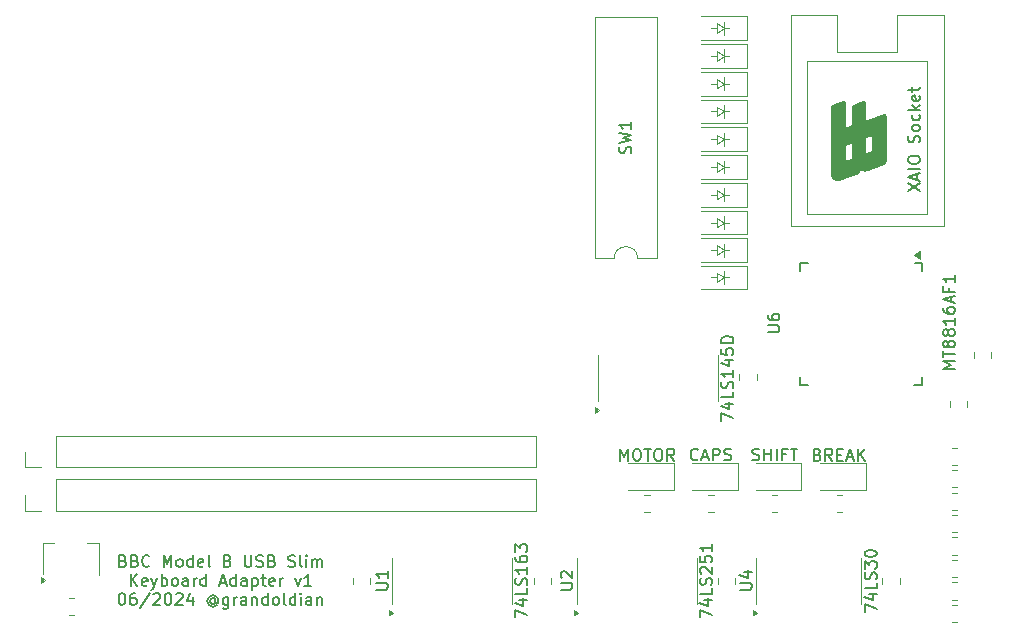
<source format=gbr>
%TF.GenerationSoftware,KiCad,Pcbnew,8.0.1*%
%TF.CreationDate,2024-06-09T22:48:09+01:00*%
%TF.ProjectId,BBC-USBSlim,4242432d-5553-4425-936c-696d2e6b6963,rev?*%
%TF.SameCoordinates,Original*%
%TF.FileFunction,Legend,Top*%
%TF.FilePolarity,Positive*%
%FSLAX46Y46*%
G04 Gerber Fmt 4.6, Leading zero omitted, Abs format (unit mm)*
G04 Created by KiCad (PCBNEW 8.0.1) date 2024-06-09 22:48:09*
%MOMM*%
%LPD*%
G01*
G04 APERTURE LIST*
%ADD10C,0.150000*%
%ADD11C,0.000000*%
%ADD12C,0.120000*%
%ADD13C,0.100000*%
G04 APERTURE END LIST*
D10*
X82438094Y-121421065D02*
X82580951Y-121468684D01*
X82580951Y-121468684D02*
X82628570Y-121516303D01*
X82628570Y-121516303D02*
X82676189Y-121611541D01*
X82676189Y-121611541D02*
X82676189Y-121754398D01*
X82676189Y-121754398D02*
X82628570Y-121849636D01*
X82628570Y-121849636D02*
X82580951Y-121897256D01*
X82580951Y-121897256D02*
X82485713Y-121944875D01*
X82485713Y-121944875D02*
X82104761Y-121944875D01*
X82104761Y-121944875D02*
X82104761Y-120944875D01*
X82104761Y-120944875D02*
X82438094Y-120944875D01*
X82438094Y-120944875D02*
X82533332Y-120992494D01*
X82533332Y-120992494D02*
X82580951Y-121040113D01*
X82580951Y-121040113D02*
X82628570Y-121135351D01*
X82628570Y-121135351D02*
X82628570Y-121230589D01*
X82628570Y-121230589D02*
X82580951Y-121325827D01*
X82580951Y-121325827D02*
X82533332Y-121373446D01*
X82533332Y-121373446D02*
X82438094Y-121421065D01*
X82438094Y-121421065D02*
X82104761Y-121421065D01*
X83438094Y-121421065D02*
X83580951Y-121468684D01*
X83580951Y-121468684D02*
X83628570Y-121516303D01*
X83628570Y-121516303D02*
X83676189Y-121611541D01*
X83676189Y-121611541D02*
X83676189Y-121754398D01*
X83676189Y-121754398D02*
X83628570Y-121849636D01*
X83628570Y-121849636D02*
X83580951Y-121897256D01*
X83580951Y-121897256D02*
X83485713Y-121944875D01*
X83485713Y-121944875D02*
X83104761Y-121944875D01*
X83104761Y-121944875D02*
X83104761Y-120944875D01*
X83104761Y-120944875D02*
X83438094Y-120944875D01*
X83438094Y-120944875D02*
X83533332Y-120992494D01*
X83533332Y-120992494D02*
X83580951Y-121040113D01*
X83580951Y-121040113D02*
X83628570Y-121135351D01*
X83628570Y-121135351D02*
X83628570Y-121230589D01*
X83628570Y-121230589D02*
X83580951Y-121325827D01*
X83580951Y-121325827D02*
X83533332Y-121373446D01*
X83533332Y-121373446D02*
X83438094Y-121421065D01*
X83438094Y-121421065D02*
X83104761Y-121421065D01*
X84676189Y-121849636D02*
X84628570Y-121897256D01*
X84628570Y-121897256D02*
X84485713Y-121944875D01*
X84485713Y-121944875D02*
X84390475Y-121944875D01*
X84390475Y-121944875D02*
X84247618Y-121897256D01*
X84247618Y-121897256D02*
X84152380Y-121802017D01*
X84152380Y-121802017D02*
X84104761Y-121706779D01*
X84104761Y-121706779D02*
X84057142Y-121516303D01*
X84057142Y-121516303D02*
X84057142Y-121373446D01*
X84057142Y-121373446D02*
X84104761Y-121182970D01*
X84104761Y-121182970D02*
X84152380Y-121087732D01*
X84152380Y-121087732D02*
X84247618Y-120992494D01*
X84247618Y-120992494D02*
X84390475Y-120944875D01*
X84390475Y-120944875D02*
X84485713Y-120944875D01*
X84485713Y-120944875D02*
X84628570Y-120992494D01*
X84628570Y-120992494D02*
X84676189Y-121040113D01*
X85866666Y-121944875D02*
X85866666Y-120944875D01*
X85866666Y-120944875D02*
X86199999Y-121659160D01*
X86199999Y-121659160D02*
X86533332Y-120944875D01*
X86533332Y-120944875D02*
X86533332Y-121944875D01*
X87152380Y-121944875D02*
X87057142Y-121897256D01*
X87057142Y-121897256D02*
X87009523Y-121849636D01*
X87009523Y-121849636D02*
X86961904Y-121754398D01*
X86961904Y-121754398D02*
X86961904Y-121468684D01*
X86961904Y-121468684D02*
X87009523Y-121373446D01*
X87009523Y-121373446D02*
X87057142Y-121325827D01*
X87057142Y-121325827D02*
X87152380Y-121278208D01*
X87152380Y-121278208D02*
X87295237Y-121278208D01*
X87295237Y-121278208D02*
X87390475Y-121325827D01*
X87390475Y-121325827D02*
X87438094Y-121373446D01*
X87438094Y-121373446D02*
X87485713Y-121468684D01*
X87485713Y-121468684D02*
X87485713Y-121754398D01*
X87485713Y-121754398D02*
X87438094Y-121849636D01*
X87438094Y-121849636D02*
X87390475Y-121897256D01*
X87390475Y-121897256D02*
X87295237Y-121944875D01*
X87295237Y-121944875D02*
X87152380Y-121944875D01*
X88342856Y-121944875D02*
X88342856Y-120944875D01*
X88342856Y-121897256D02*
X88247618Y-121944875D01*
X88247618Y-121944875D02*
X88057142Y-121944875D01*
X88057142Y-121944875D02*
X87961904Y-121897256D01*
X87961904Y-121897256D02*
X87914285Y-121849636D01*
X87914285Y-121849636D02*
X87866666Y-121754398D01*
X87866666Y-121754398D02*
X87866666Y-121468684D01*
X87866666Y-121468684D02*
X87914285Y-121373446D01*
X87914285Y-121373446D02*
X87961904Y-121325827D01*
X87961904Y-121325827D02*
X88057142Y-121278208D01*
X88057142Y-121278208D02*
X88247618Y-121278208D01*
X88247618Y-121278208D02*
X88342856Y-121325827D01*
X89199999Y-121897256D02*
X89104761Y-121944875D01*
X89104761Y-121944875D02*
X88914285Y-121944875D01*
X88914285Y-121944875D02*
X88819047Y-121897256D01*
X88819047Y-121897256D02*
X88771428Y-121802017D01*
X88771428Y-121802017D02*
X88771428Y-121421065D01*
X88771428Y-121421065D02*
X88819047Y-121325827D01*
X88819047Y-121325827D02*
X88914285Y-121278208D01*
X88914285Y-121278208D02*
X89104761Y-121278208D01*
X89104761Y-121278208D02*
X89199999Y-121325827D01*
X89199999Y-121325827D02*
X89247618Y-121421065D01*
X89247618Y-121421065D02*
X89247618Y-121516303D01*
X89247618Y-121516303D02*
X88771428Y-121611541D01*
X89819047Y-121944875D02*
X89723809Y-121897256D01*
X89723809Y-121897256D02*
X89676190Y-121802017D01*
X89676190Y-121802017D02*
X89676190Y-120944875D01*
X91295238Y-121421065D02*
X91438095Y-121468684D01*
X91438095Y-121468684D02*
X91485714Y-121516303D01*
X91485714Y-121516303D02*
X91533333Y-121611541D01*
X91533333Y-121611541D02*
X91533333Y-121754398D01*
X91533333Y-121754398D02*
X91485714Y-121849636D01*
X91485714Y-121849636D02*
X91438095Y-121897256D01*
X91438095Y-121897256D02*
X91342857Y-121944875D01*
X91342857Y-121944875D02*
X90961905Y-121944875D01*
X90961905Y-121944875D02*
X90961905Y-120944875D01*
X90961905Y-120944875D02*
X91295238Y-120944875D01*
X91295238Y-120944875D02*
X91390476Y-120992494D01*
X91390476Y-120992494D02*
X91438095Y-121040113D01*
X91438095Y-121040113D02*
X91485714Y-121135351D01*
X91485714Y-121135351D02*
X91485714Y-121230589D01*
X91485714Y-121230589D02*
X91438095Y-121325827D01*
X91438095Y-121325827D02*
X91390476Y-121373446D01*
X91390476Y-121373446D02*
X91295238Y-121421065D01*
X91295238Y-121421065D02*
X90961905Y-121421065D01*
X92723810Y-120944875D02*
X92723810Y-121754398D01*
X92723810Y-121754398D02*
X92771429Y-121849636D01*
X92771429Y-121849636D02*
X92819048Y-121897256D01*
X92819048Y-121897256D02*
X92914286Y-121944875D01*
X92914286Y-121944875D02*
X93104762Y-121944875D01*
X93104762Y-121944875D02*
X93200000Y-121897256D01*
X93200000Y-121897256D02*
X93247619Y-121849636D01*
X93247619Y-121849636D02*
X93295238Y-121754398D01*
X93295238Y-121754398D02*
X93295238Y-120944875D01*
X93723810Y-121897256D02*
X93866667Y-121944875D01*
X93866667Y-121944875D02*
X94104762Y-121944875D01*
X94104762Y-121944875D02*
X94200000Y-121897256D01*
X94200000Y-121897256D02*
X94247619Y-121849636D01*
X94247619Y-121849636D02*
X94295238Y-121754398D01*
X94295238Y-121754398D02*
X94295238Y-121659160D01*
X94295238Y-121659160D02*
X94247619Y-121563922D01*
X94247619Y-121563922D02*
X94200000Y-121516303D01*
X94200000Y-121516303D02*
X94104762Y-121468684D01*
X94104762Y-121468684D02*
X93914286Y-121421065D01*
X93914286Y-121421065D02*
X93819048Y-121373446D01*
X93819048Y-121373446D02*
X93771429Y-121325827D01*
X93771429Y-121325827D02*
X93723810Y-121230589D01*
X93723810Y-121230589D02*
X93723810Y-121135351D01*
X93723810Y-121135351D02*
X93771429Y-121040113D01*
X93771429Y-121040113D02*
X93819048Y-120992494D01*
X93819048Y-120992494D02*
X93914286Y-120944875D01*
X93914286Y-120944875D02*
X94152381Y-120944875D01*
X94152381Y-120944875D02*
X94295238Y-120992494D01*
X95057143Y-121421065D02*
X95200000Y-121468684D01*
X95200000Y-121468684D02*
X95247619Y-121516303D01*
X95247619Y-121516303D02*
X95295238Y-121611541D01*
X95295238Y-121611541D02*
X95295238Y-121754398D01*
X95295238Y-121754398D02*
X95247619Y-121849636D01*
X95247619Y-121849636D02*
X95200000Y-121897256D01*
X95200000Y-121897256D02*
X95104762Y-121944875D01*
X95104762Y-121944875D02*
X94723810Y-121944875D01*
X94723810Y-121944875D02*
X94723810Y-120944875D01*
X94723810Y-120944875D02*
X95057143Y-120944875D01*
X95057143Y-120944875D02*
X95152381Y-120992494D01*
X95152381Y-120992494D02*
X95200000Y-121040113D01*
X95200000Y-121040113D02*
X95247619Y-121135351D01*
X95247619Y-121135351D02*
X95247619Y-121230589D01*
X95247619Y-121230589D02*
X95200000Y-121325827D01*
X95200000Y-121325827D02*
X95152381Y-121373446D01*
X95152381Y-121373446D02*
X95057143Y-121421065D01*
X95057143Y-121421065D02*
X94723810Y-121421065D01*
X96438096Y-121897256D02*
X96580953Y-121944875D01*
X96580953Y-121944875D02*
X96819048Y-121944875D01*
X96819048Y-121944875D02*
X96914286Y-121897256D01*
X96914286Y-121897256D02*
X96961905Y-121849636D01*
X96961905Y-121849636D02*
X97009524Y-121754398D01*
X97009524Y-121754398D02*
X97009524Y-121659160D01*
X97009524Y-121659160D02*
X96961905Y-121563922D01*
X96961905Y-121563922D02*
X96914286Y-121516303D01*
X96914286Y-121516303D02*
X96819048Y-121468684D01*
X96819048Y-121468684D02*
X96628572Y-121421065D01*
X96628572Y-121421065D02*
X96533334Y-121373446D01*
X96533334Y-121373446D02*
X96485715Y-121325827D01*
X96485715Y-121325827D02*
X96438096Y-121230589D01*
X96438096Y-121230589D02*
X96438096Y-121135351D01*
X96438096Y-121135351D02*
X96485715Y-121040113D01*
X96485715Y-121040113D02*
X96533334Y-120992494D01*
X96533334Y-120992494D02*
X96628572Y-120944875D01*
X96628572Y-120944875D02*
X96866667Y-120944875D01*
X96866667Y-120944875D02*
X97009524Y-120992494D01*
X97580953Y-121944875D02*
X97485715Y-121897256D01*
X97485715Y-121897256D02*
X97438096Y-121802017D01*
X97438096Y-121802017D02*
X97438096Y-120944875D01*
X97961906Y-121944875D02*
X97961906Y-121278208D01*
X97961906Y-120944875D02*
X97914287Y-120992494D01*
X97914287Y-120992494D02*
X97961906Y-121040113D01*
X97961906Y-121040113D02*
X98009525Y-120992494D01*
X98009525Y-120992494D02*
X97961906Y-120944875D01*
X97961906Y-120944875D02*
X97961906Y-121040113D01*
X98438096Y-121944875D02*
X98438096Y-121278208D01*
X98438096Y-121373446D02*
X98485715Y-121325827D01*
X98485715Y-121325827D02*
X98580953Y-121278208D01*
X98580953Y-121278208D02*
X98723810Y-121278208D01*
X98723810Y-121278208D02*
X98819048Y-121325827D01*
X98819048Y-121325827D02*
X98866667Y-121421065D01*
X98866667Y-121421065D02*
X98866667Y-121944875D01*
X98866667Y-121421065D02*
X98914286Y-121325827D01*
X98914286Y-121325827D02*
X99009524Y-121278208D01*
X99009524Y-121278208D02*
X99152381Y-121278208D01*
X99152381Y-121278208D02*
X99247620Y-121325827D01*
X99247620Y-121325827D02*
X99295239Y-121421065D01*
X99295239Y-121421065D02*
X99295239Y-121944875D01*
X83080951Y-123554819D02*
X83080951Y-122554819D01*
X83652379Y-123554819D02*
X83223808Y-122983390D01*
X83652379Y-122554819D02*
X83080951Y-123126247D01*
X84461903Y-123507200D02*
X84366665Y-123554819D01*
X84366665Y-123554819D02*
X84176189Y-123554819D01*
X84176189Y-123554819D02*
X84080951Y-123507200D01*
X84080951Y-123507200D02*
X84033332Y-123411961D01*
X84033332Y-123411961D02*
X84033332Y-123031009D01*
X84033332Y-123031009D02*
X84080951Y-122935771D01*
X84080951Y-122935771D02*
X84176189Y-122888152D01*
X84176189Y-122888152D02*
X84366665Y-122888152D01*
X84366665Y-122888152D02*
X84461903Y-122935771D01*
X84461903Y-122935771D02*
X84509522Y-123031009D01*
X84509522Y-123031009D02*
X84509522Y-123126247D01*
X84509522Y-123126247D02*
X84033332Y-123221485D01*
X84842856Y-122888152D02*
X85080951Y-123554819D01*
X85319046Y-122888152D02*
X85080951Y-123554819D01*
X85080951Y-123554819D02*
X84985713Y-123792914D01*
X84985713Y-123792914D02*
X84938094Y-123840533D01*
X84938094Y-123840533D02*
X84842856Y-123888152D01*
X85699999Y-123554819D02*
X85699999Y-122554819D01*
X85699999Y-122935771D02*
X85795237Y-122888152D01*
X85795237Y-122888152D02*
X85985713Y-122888152D01*
X85985713Y-122888152D02*
X86080951Y-122935771D01*
X86080951Y-122935771D02*
X86128570Y-122983390D01*
X86128570Y-122983390D02*
X86176189Y-123078628D01*
X86176189Y-123078628D02*
X86176189Y-123364342D01*
X86176189Y-123364342D02*
X86128570Y-123459580D01*
X86128570Y-123459580D02*
X86080951Y-123507200D01*
X86080951Y-123507200D02*
X85985713Y-123554819D01*
X85985713Y-123554819D02*
X85795237Y-123554819D01*
X85795237Y-123554819D02*
X85699999Y-123507200D01*
X86747618Y-123554819D02*
X86652380Y-123507200D01*
X86652380Y-123507200D02*
X86604761Y-123459580D01*
X86604761Y-123459580D02*
X86557142Y-123364342D01*
X86557142Y-123364342D02*
X86557142Y-123078628D01*
X86557142Y-123078628D02*
X86604761Y-122983390D01*
X86604761Y-122983390D02*
X86652380Y-122935771D01*
X86652380Y-122935771D02*
X86747618Y-122888152D01*
X86747618Y-122888152D02*
X86890475Y-122888152D01*
X86890475Y-122888152D02*
X86985713Y-122935771D01*
X86985713Y-122935771D02*
X87033332Y-122983390D01*
X87033332Y-122983390D02*
X87080951Y-123078628D01*
X87080951Y-123078628D02*
X87080951Y-123364342D01*
X87080951Y-123364342D02*
X87033332Y-123459580D01*
X87033332Y-123459580D02*
X86985713Y-123507200D01*
X86985713Y-123507200D02*
X86890475Y-123554819D01*
X86890475Y-123554819D02*
X86747618Y-123554819D01*
X87938094Y-123554819D02*
X87938094Y-123031009D01*
X87938094Y-123031009D02*
X87890475Y-122935771D01*
X87890475Y-122935771D02*
X87795237Y-122888152D01*
X87795237Y-122888152D02*
X87604761Y-122888152D01*
X87604761Y-122888152D02*
X87509523Y-122935771D01*
X87938094Y-123507200D02*
X87842856Y-123554819D01*
X87842856Y-123554819D02*
X87604761Y-123554819D01*
X87604761Y-123554819D02*
X87509523Y-123507200D01*
X87509523Y-123507200D02*
X87461904Y-123411961D01*
X87461904Y-123411961D02*
X87461904Y-123316723D01*
X87461904Y-123316723D02*
X87509523Y-123221485D01*
X87509523Y-123221485D02*
X87604761Y-123173866D01*
X87604761Y-123173866D02*
X87842856Y-123173866D01*
X87842856Y-123173866D02*
X87938094Y-123126247D01*
X88414285Y-123554819D02*
X88414285Y-122888152D01*
X88414285Y-123078628D02*
X88461904Y-122983390D01*
X88461904Y-122983390D02*
X88509523Y-122935771D01*
X88509523Y-122935771D02*
X88604761Y-122888152D01*
X88604761Y-122888152D02*
X88699999Y-122888152D01*
X89461904Y-123554819D02*
X89461904Y-122554819D01*
X89461904Y-123507200D02*
X89366666Y-123554819D01*
X89366666Y-123554819D02*
X89176190Y-123554819D01*
X89176190Y-123554819D02*
X89080952Y-123507200D01*
X89080952Y-123507200D02*
X89033333Y-123459580D01*
X89033333Y-123459580D02*
X88985714Y-123364342D01*
X88985714Y-123364342D02*
X88985714Y-123078628D01*
X88985714Y-123078628D02*
X89033333Y-122983390D01*
X89033333Y-122983390D02*
X89080952Y-122935771D01*
X89080952Y-122935771D02*
X89176190Y-122888152D01*
X89176190Y-122888152D02*
X89366666Y-122888152D01*
X89366666Y-122888152D02*
X89461904Y-122935771D01*
X90652381Y-123269104D02*
X91128571Y-123269104D01*
X90557143Y-123554819D02*
X90890476Y-122554819D01*
X90890476Y-122554819D02*
X91223809Y-123554819D01*
X91985714Y-123554819D02*
X91985714Y-122554819D01*
X91985714Y-123507200D02*
X91890476Y-123554819D01*
X91890476Y-123554819D02*
X91700000Y-123554819D01*
X91700000Y-123554819D02*
X91604762Y-123507200D01*
X91604762Y-123507200D02*
X91557143Y-123459580D01*
X91557143Y-123459580D02*
X91509524Y-123364342D01*
X91509524Y-123364342D02*
X91509524Y-123078628D01*
X91509524Y-123078628D02*
X91557143Y-122983390D01*
X91557143Y-122983390D02*
X91604762Y-122935771D01*
X91604762Y-122935771D02*
X91700000Y-122888152D01*
X91700000Y-122888152D02*
X91890476Y-122888152D01*
X91890476Y-122888152D02*
X91985714Y-122935771D01*
X92890476Y-123554819D02*
X92890476Y-123031009D01*
X92890476Y-123031009D02*
X92842857Y-122935771D01*
X92842857Y-122935771D02*
X92747619Y-122888152D01*
X92747619Y-122888152D02*
X92557143Y-122888152D01*
X92557143Y-122888152D02*
X92461905Y-122935771D01*
X92890476Y-123507200D02*
X92795238Y-123554819D01*
X92795238Y-123554819D02*
X92557143Y-123554819D01*
X92557143Y-123554819D02*
X92461905Y-123507200D01*
X92461905Y-123507200D02*
X92414286Y-123411961D01*
X92414286Y-123411961D02*
X92414286Y-123316723D01*
X92414286Y-123316723D02*
X92461905Y-123221485D01*
X92461905Y-123221485D02*
X92557143Y-123173866D01*
X92557143Y-123173866D02*
X92795238Y-123173866D01*
X92795238Y-123173866D02*
X92890476Y-123126247D01*
X93366667Y-122888152D02*
X93366667Y-123888152D01*
X93366667Y-122935771D02*
X93461905Y-122888152D01*
X93461905Y-122888152D02*
X93652381Y-122888152D01*
X93652381Y-122888152D02*
X93747619Y-122935771D01*
X93747619Y-122935771D02*
X93795238Y-122983390D01*
X93795238Y-122983390D02*
X93842857Y-123078628D01*
X93842857Y-123078628D02*
X93842857Y-123364342D01*
X93842857Y-123364342D02*
X93795238Y-123459580D01*
X93795238Y-123459580D02*
X93747619Y-123507200D01*
X93747619Y-123507200D02*
X93652381Y-123554819D01*
X93652381Y-123554819D02*
X93461905Y-123554819D01*
X93461905Y-123554819D02*
X93366667Y-123507200D01*
X94128572Y-122888152D02*
X94509524Y-122888152D01*
X94271429Y-122554819D02*
X94271429Y-123411961D01*
X94271429Y-123411961D02*
X94319048Y-123507200D01*
X94319048Y-123507200D02*
X94414286Y-123554819D01*
X94414286Y-123554819D02*
X94509524Y-123554819D01*
X95223810Y-123507200D02*
X95128572Y-123554819D01*
X95128572Y-123554819D02*
X94938096Y-123554819D01*
X94938096Y-123554819D02*
X94842858Y-123507200D01*
X94842858Y-123507200D02*
X94795239Y-123411961D01*
X94795239Y-123411961D02*
X94795239Y-123031009D01*
X94795239Y-123031009D02*
X94842858Y-122935771D01*
X94842858Y-122935771D02*
X94938096Y-122888152D01*
X94938096Y-122888152D02*
X95128572Y-122888152D01*
X95128572Y-122888152D02*
X95223810Y-122935771D01*
X95223810Y-122935771D02*
X95271429Y-123031009D01*
X95271429Y-123031009D02*
X95271429Y-123126247D01*
X95271429Y-123126247D02*
X94795239Y-123221485D01*
X95700001Y-123554819D02*
X95700001Y-122888152D01*
X95700001Y-123078628D02*
X95747620Y-122983390D01*
X95747620Y-122983390D02*
X95795239Y-122935771D01*
X95795239Y-122935771D02*
X95890477Y-122888152D01*
X95890477Y-122888152D02*
X95985715Y-122888152D01*
X96985716Y-122888152D02*
X97223811Y-123554819D01*
X97223811Y-123554819D02*
X97461906Y-122888152D01*
X98366668Y-123554819D02*
X97795240Y-123554819D01*
X98080954Y-123554819D02*
X98080954Y-122554819D01*
X98080954Y-122554819D02*
X97985716Y-122697676D01*
X97985716Y-122697676D02*
X97890478Y-122792914D01*
X97890478Y-122792914D02*
X97795240Y-122840533D01*
X82295237Y-124164763D02*
X82390475Y-124164763D01*
X82390475Y-124164763D02*
X82485713Y-124212382D01*
X82485713Y-124212382D02*
X82533332Y-124260001D01*
X82533332Y-124260001D02*
X82580951Y-124355239D01*
X82580951Y-124355239D02*
X82628570Y-124545715D01*
X82628570Y-124545715D02*
X82628570Y-124783810D01*
X82628570Y-124783810D02*
X82580951Y-124974286D01*
X82580951Y-124974286D02*
X82533332Y-125069524D01*
X82533332Y-125069524D02*
X82485713Y-125117144D01*
X82485713Y-125117144D02*
X82390475Y-125164763D01*
X82390475Y-125164763D02*
X82295237Y-125164763D01*
X82295237Y-125164763D02*
X82199999Y-125117144D01*
X82199999Y-125117144D02*
X82152380Y-125069524D01*
X82152380Y-125069524D02*
X82104761Y-124974286D01*
X82104761Y-124974286D02*
X82057142Y-124783810D01*
X82057142Y-124783810D02*
X82057142Y-124545715D01*
X82057142Y-124545715D02*
X82104761Y-124355239D01*
X82104761Y-124355239D02*
X82152380Y-124260001D01*
X82152380Y-124260001D02*
X82199999Y-124212382D01*
X82199999Y-124212382D02*
X82295237Y-124164763D01*
X83485713Y-124164763D02*
X83295237Y-124164763D01*
X83295237Y-124164763D02*
X83199999Y-124212382D01*
X83199999Y-124212382D02*
X83152380Y-124260001D01*
X83152380Y-124260001D02*
X83057142Y-124402858D01*
X83057142Y-124402858D02*
X83009523Y-124593334D01*
X83009523Y-124593334D02*
X83009523Y-124974286D01*
X83009523Y-124974286D02*
X83057142Y-125069524D01*
X83057142Y-125069524D02*
X83104761Y-125117144D01*
X83104761Y-125117144D02*
X83199999Y-125164763D01*
X83199999Y-125164763D02*
X83390475Y-125164763D01*
X83390475Y-125164763D02*
X83485713Y-125117144D01*
X83485713Y-125117144D02*
X83533332Y-125069524D01*
X83533332Y-125069524D02*
X83580951Y-124974286D01*
X83580951Y-124974286D02*
X83580951Y-124736191D01*
X83580951Y-124736191D02*
X83533332Y-124640953D01*
X83533332Y-124640953D02*
X83485713Y-124593334D01*
X83485713Y-124593334D02*
X83390475Y-124545715D01*
X83390475Y-124545715D02*
X83199999Y-124545715D01*
X83199999Y-124545715D02*
X83104761Y-124593334D01*
X83104761Y-124593334D02*
X83057142Y-124640953D01*
X83057142Y-124640953D02*
X83009523Y-124736191D01*
X84723808Y-124117144D02*
X83866666Y-125402858D01*
X85009523Y-124260001D02*
X85057142Y-124212382D01*
X85057142Y-124212382D02*
X85152380Y-124164763D01*
X85152380Y-124164763D02*
X85390475Y-124164763D01*
X85390475Y-124164763D02*
X85485713Y-124212382D01*
X85485713Y-124212382D02*
X85533332Y-124260001D01*
X85533332Y-124260001D02*
X85580951Y-124355239D01*
X85580951Y-124355239D02*
X85580951Y-124450477D01*
X85580951Y-124450477D02*
X85533332Y-124593334D01*
X85533332Y-124593334D02*
X84961904Y-125164763D01*
X84961904Y-125164763D02*
X85580951Y-125164763D01*
X86199999Y-124164763D02*
X86295237Y-124164763D01*
X86295237Y-124164763D02*
X86390475Y-124212382D01*
X86390475Y-124212382D02*
X86438094Y-124260001D01*
X86438094Y-124260001D02*
X86485713Y-124355239D01*
X86485713Y-124355239D02*
X86533332Y-124545715D01*
X86533332Y-124545715D02*
X86533332Y-124783810D01*
X86533332Y-124783810D02*
X86485713Y-124974286D01*
X86485713Y-124974286D02*
X86438094Y-125069524D01*
X86438094Y-125069524D02*
X86390475Y-125117144D01*
X86390475Y-125117144D02*
X86295237Y-125164763D01*
X86295237Y-125164763D02*
X86199999Y-125164763D01*
X86199999Y-125164763D02*
X86104761Y-125117144D01*
X86104761Y-125117144D02*
X86057142Y-125069524D01*
X86057142Y-125069524D02*
X86009523Y-124974286D01*
X86009523Y-124974286D02*
X85961904Y-124783810D01*
X85961904Y-124783810D02*
X85961904Y-124545715D01*
X85961904Y-124545715D02*
X86009523Y-124355239D01*
X86009523Y-124355239D02*
X86057142Y-124260001D01*
X86057142Y-124260001D02*
X86104761Y-124212382D01*
X86104761Y-124212382D02*
X86199999Y-124164763D01*
X86914285Y-124260001D02*
X86961904Y-124212382D01*
X86961904Y-124212382D02*
X87057142Y-124164763D01*
X87057142Y-124164763D02*
X87295237Y-124164763D01*
X87295237Y-124164763D02*
X87390475Y-124212382D01*
X87390475Y-124212382D02*
X87438094Y-124260001D01*
X87438094Y-124260001D02*
X87485713Y-124355239D01*
X87485713Y-124355239D02*
X87485713Y-124450477D01*
X87485713Y-124450477D02*
X87438094Y-124593334D01*
X87438094Y-124593334D02*
X86866666Y-125164763D01*
X86866666Y-125164763D02*
X87485713Y-125164763D01*
X88342856Y-124498096D02*
X88342856Y-125164763D01*
X88104761Y-124117144D02*
X87866666Y-124831429D01*
X87866666Y-124831429D02*
X88485713Y-124831429D01*
X90247618Y-124688572D02*
X90199999Y-124640953D01*
X90199999Y-124640953D02*
X90104761Y-124593334D01*
X90104761Y-124593334D02*
X90009523Y-124593334D01*
X90009523Y-124593334D02*
X89914285Y-124640953D01*
X89914285Y-124640953D02*
X89866666Y-124688572D01*
X89866666Y-124688572D02*
X89819047Y-124783810D01*
X89819047Y-124783810D02*
X89819047Y-124879048D01*
X89819047Y-124879048D02*
X89866666Y-124974286D01*
X89866666Y-124974286D02*
X89914285Y-125021905D01*
X89914285Y-125021905D02*
X90009523Y-125069524D01*
X90009523Y-125069524D02*
X90104761Y-125069524D01*
X90104761Y-125069524D02*
X90199999Y-125021905D01*
X90199999Y-125021905D02*
X90247618Y-124974286D01*
X90247618Y-124593334D02*
X90247618Y-124974286D01*
X90247618Y-124974286D02*
X90295237Y-125021905D01*
X90295237Y-125021905D02*
X90342856Y-125021905D01*
X90342856Y-125021905D02*
X90438095Y-124974286D01*
X90438095Y-124974286D02*
X90485714Y-124879048D01*
X90485714Y-124879048D02*
X90485714Y-124640953D01*
X90485714Y-124640953D02*
X90390476Y-124498096D01*
X90390476Y-124498096D02*
X90247618Y-124402858D01*
X90247618Y-124402858D02*
X90057142Y-124355239D01*
X90057142Y-124355239D02*
X89866666Y-124402858D01*
X89866666Y-124402858D02*
X89723809Y-124498096D01*
X89723809Y-124498096D02*
X89628571Y-124640953D01*
X89628571Y-124640953D02*
X89580952Y-124831429D01*
X89580952Y-124831429D02*
X89628571Y-125021905D01*
X89628571Y-125021905D02*
X89723809Y-125164763D01*
X89723809Y-125164763D02*
X89866666Y-125260001D01*
X89866666Y-125260001D02*
X90057142Y-125307620D01*
X90057142Y-125307620D02*
X90247618Y-125260001D01*
X90247618Y-125260001D02*
X90390476Y-125164763D01*
X91342856Y-124498096D02*
X91342856Y-125307620D01*
X91342856Y-125307620D02*
X91295237Y-125402858D01*
X91295237Y-125402858D02*
X91247618Y-125450477D01*
X91247618Y-125450477D02*
X91152380Y-125498096D01*
X91152380Y-125498096D02*
X91009523Y-125498096D01*
X91009523Y-125498096D02*
X90914285Y-125450477D01*
X91342856Y-125117144D02*
X91247618Y-125164763D01*
X91247618Y-125164763D02*
X91057142Y-125164763D01*
X91057142Y-125164763D02*
X90961904Y-125117144D01*
X90961904Y-125117144D02*
X90914285Y-125069524D01*
X90914285Y-125069524D02*
X90866666Y-124974286D01*
X90866666Y-124974286D02*
X90866666Y-124688572D01*
X90866666Y-124688572D02*
X90914285Y-124593334D01*
X90914285Y-124593334D02*
X90961904Y-124545715D01*
X90961904Y-124545715D02*
X91057142Y-124498096D01*
X91057142Y-124498096D02*
X91247618Y-124498096D01*
X91247618Y-124498096D02*
X91342856Y-124545715D01*
X91819047Y-125164763D02*
X91819047Y-124498096D01*
X91819047Y-124688572D02*
X91866666Y-124593334D01*
X91866666Y-124593334D02*
X91914285Y-124545715D01*
X91914285Y-124545715D02*
X92009523Y-124498096D01*
X92009523Y-124498096D02*
X92104761Y-124498096D01*
X92866666Y-125164763D02*
X92866666Y-124640953D01*
X92866666Y-124640953D02*
X92819047Y-124545715D01*
X92819047Y-124545715D02*
X92723809Y-124498096D01*
X92723809Y-124498096D02*
X92533333Y-124498096D01*
X92533333Y-124498096D02*
X92438095Y-124545715D01*
X92866666Y-125117144D02*
X92771428Y-125164763D01*
X92771428Y-125164763D02*
X92533333Y-125164763D01*
X92533333Y-125164763D02*
X92438095Y-125117144D01*
X92438095Y-125117144D02*
X92390476Y-125021905D01*
X92390476Y-125021905D02*
X92390476Y-124926667D01*
X92390476Y-124926667D02*
X92438095Y-124831429D01*
X92438095Y-124831429D02*
X92533333Y-124783810D01*
X92533333Y-124783810D02*
X92771428Y-124783810D01*
X92771428Y-124783810D02*
X92866666Y-124736191D01*
X93342857Y-124498096D02*
X93342857Y-125164763D01*
X93342857Y-124593334D02*
X93390476Y-124545715D01*
X93390476Y-124545715D02*
X93485714Y-124498096D01*
X93485714Y-124498096D02*
X93628571Y-124498096D01*
X93628571Y-124498096D02*
X93723809Y-124545715D01*
X93723809Y-124545715D02*
X93771428Y-124640953D01*
X93771428Y-124640953D02*
X93771428Y-125164763D01*
X94676190Y-125164763D02*
X94676190Y-124164763D01*
X94676190Y-125117144D02*
X94580952Y-125164763D01*
X94580952Y-125164763D02*
X94390476Y-125164763D01*
X94390476Y-125164763D02*
X94295238Y-125117144D01*
X94295238Y-125117144D02*
X94247619Y-125069524D01*
X94247619Y-125069524D02*
X94200000Y-124974286D01*
X94200000Y-124974286D02*
X94200000Y-124688572D01*
X94200000Y-124688572D02*
X94247619Y-124593334D01*
X94247619Y-124593334D02*
X94295238Y-124545715D01*
X94295238Y-124545715D02*
X94390476Y-124498096D01*
X94390476Y-124498096D02*
X94580952Y-124498096D01*
X94580952Y-124498096D02*
X94676190Y-124545715D01*
X95295238Y-125164763D02*
X95200000Y-125117144D01*
X95200000Y-125117144D02*
X95152381Y-125069524D01*
X95152381Y-125069524D02*
X95104762Y-124974286D01*
X95104762Y-124974286D02*
X95104762Y-124688572D01*
X95104762Y-124688572D02*
X95152381Y-124593334D01*
X95152381Y-124593334D02*
X95200000Y-124545715D01*
X95200000Y-124545715D02*
X95295238Y-124498096D01*
X95295238Y-124498096D02*
X95438095Y-124498096D01*
X95438095Y-124498096D02*
X95533333Y-124545715D01*
X95533333Y-124545715D02*
X95580952Y-124593334D01*
X95580952Y-124593334D02*
X95628571Y-124688572D01*
X95628571Y-124688572D02*
X95628571Y-124974286D01*
X95628571Y-124974286D02*
X95580952Y-125069524D01*
X95580952Y-125069524D02*
X95533333Y-125117144D01*
X95533333Y-125117144D02*
X95438095Y-125164763D01*
X95438095Y-125164763D02*
X95295238Y-125164763D01*
X96200000Y-125164763D02*
X96104762Y-125117144D01*
X96104762Y-125117144D02*
X96057143Y-125021905D01*
X96057143Y-125021905D02*
X96057143Y-124164763D01*
X97009524Y-125164763D02*
X97009524Y-124164763D01*
X97009524Y-125117144D02*
X96914286Y-125164763D01*
X96914286Y-125164763D02*
X96723810Y-125164763D01*
X96723810Y-125164763D02*
X96628572Y-125117144D01*
X96628572Y-125117144D02*
X96580953Y-125069524D01*
X96580953Y-125069524D02*
X96533334Y-124974286D01*
X96533334Y-124974286D02*
X96533334Y-124688572D01*
X96533334Y-124688572D02*
X96580953Y-124593334D01*
X96580953Y-124593334D02*
X96628572Y-124545715D01*
X96628572Y-124545715D02*
X96723810Y-124498096D01*
X96723810Y-124498096D02*
X96914286Y-124498096D01*
X96914286Y-124498096D02*
X97009524Y-124545715D01*
X97485715Y-125164763D02*
X97485715Y-124498096D01*
X97485715Y-124164763D02*
X97438096Y-124212382D01*
X97438096Y-124212382D02*
X97485715Y-124260001D01*
X97485715Y-124260001D02*
X97533334Y-124212382D01*
X97533334Y-124212382D02*
X97485715Y-124164763D01*
X97485715Y-124164763D02*
X97485715Y-124260001D01*
X98390476Y-125164763D02*
X98390476Y-124640953D01*
X98390476Y-124640953D02*
X98342857Y-124545715D01*
X98342857Y-124545715D02*
X98247619Y-124498096D01*
X98247619Y-124498096D02*
X98057143Y-124498096D01*
X98057143Y-124498096D02*
X97961905Y-124545715D01*
X98390476Y-125117144D02*
X98295238Y-125164763D01*
X98295238Y-125164763D02*
X98057143Y-125164763D01*
X98057143Y-125164763D02*
X97961905Y-125117144D01*
X97961905Y-125117144D02*
X97914286Y-125021905D01*
X97914286Y-125021905D02*
X97914286Y-124926667D01*
X97914286Y-124926667D02*
X97961905Y-124831429D01*
X97961905Y-124831429D02*
X98057143Y-124783810D01*
X98057143Y-124783810D02*
X98295238Y-124783810D01*
X98295238Y-124783810D02*
X98390476Y-124736191D01*
X98866667Y-124498096D02*
X98866667Y-125164763D01*
X98866667Y-124593334D02*
X98914286Y-124545715D01*
X98914286Y-124545715D02*
X99009524Y-124498096D01*
X99009524Y-124498096D02*
X99152381Y-124498096D01*
X99152381Y-124498096D02*
X99247619Y-124545715D01*
X99247619Y-124545715D02*
X99295238Y-124640953D01*
X99295238Y-124640953D02*
X99295238Y-125164763D01*
X137004819Y-102061904D02*
X137814342Y-102061904D01*
X137814342Y-102061904D02*
X137909580Y-102014285D01*
X137909580Y-102014285D02*
X137957200Y-101966666D01*
X137957200Y-101966666D02*
X138004819Y-101871428D01*
X138004819Y-101871428D02*
X138004819Y-101680952D01*
X138004819Y-101680952D02*
X137957200Y-101585714D01*
X137957200Y-101585714D02*
X137909580Y-101538095D01*
X137909580Y-101538095D02*
X137814342Y-101490476D01*
X137814342Y-101490476D02*
X137004819Y-101490476D01*
X137004819Y-100585714D02*
X137004819Y-100776190D01*
X137004819Y-100776190D02*
X137052438Y-100871428D01*
X137052438Y-100871428D02*
X137100057Y-100919047D01*
X137100057Y-100919047D02*
X137242914Y-101014285D01*
X137242914Y-101014285D02*
X137433390Y-101061904D01*
X137433390Y-101061904D02*
X137814342Y-101061904D01*
X137814342Y-101061904D02*
X137909580Y-101014285D01*
X137909580Y-101014285D02*
X137957200Y-100966666D01*
X137957200Y-100966666D02*
X138004819Y-100871428D01*
X138004819Y-100871428D02*
X138004819Y-100680952D01*
X138004819Y-100680952D02*
X137957200Y-100585714D01*
X137957200Y-100585714D02*
X137909580Y-100538095D01*
X137909580Y-100538095D02*
X137814342Y-100490476D01*
X137814342Y-100490476D02*
X137576247Y-100490476D01*
X137576247Y-100490476D02*
X137481009Y-100538095D01*
X137481009Y-100538095D02*
X137433390Y-100585714D01*
X137433390Y-100585714D02*
X137385771Y-100680952D01*
X137385771Y-100680952D02*
X137385771Y-100871428D01*
X137385771Y-100871428D02*
X137433390Y-100966666D01*
X137433390Y-100966666D02*
X137481009Y-101014285D01*
X137481009Y-101014285D02*
X137576247Y-101061904D01*
X152854819Y-105202380D02*
X151854819Y-105202380D01*
X151854819Y-105202380D02*
X152569104Y-104869047D01*
X152569104Y-104869047D02*
X151854819Y-104535714D01*
X151854819Y-104535714D02*
X152854819Y-104535714D01*
X151854819Y-104202380D02*
X151854819Y-103630952D01*
X152854819Y-103916666D02*
X151854819Y-103916666D01*
X152283390Y-103154761D02*
X152235771Y-103249999D01*
X152235771Y-103249999D02*
X152188152Y-103297618D01*
X152188152Y-103297618D02*
X152092914Y-103345237D01*
X152092914Y-103345237D02*
X152045295Y-103345237D01*
X152045295Y-103345237D02*
X151950057Y-103297618D01*
X151950057Y-103297618D02*
X151902438Y-103249999D01*
X151902438Y-103249999D02*
X151854819Y-103154761D01*
X151854819Y-103154761D02*
X151854819Y-102964285D01*
X151854819Y-102964285D02*
X151902438Y-102869047D01*
X151902438Y-102869047D02*
X151950057Y-102821428D01*
X151950057Y-102821428D02*
X152045295Y-102773809D01*
X152045295Y-102773809D02*
X152092914Y-102773809D01*
X152092914Y-102773809D02*
X152188152Y-102821428D01*
X152188152Y-102821428D02*
X152235771Y-102869047D01*
X152235771Y-102869047D02*
X152283390Y-102964285D01*
X152283390Y-102964285D02*
X152283390Y-103154761D01*
X152283390Y-103154761D02*
X152331009Y-103249999D01*
X152331009Y-103249999D02*
X152378628Y-103297618D01*
X152378628Y-103297618D02*
X152473866Y-103345237D01*
X152473866Y-103345237D02*
X152664342Y-103345237D01*
X152664342Y-103345237D02*
X152759580Y-103297618D01*
X152759580Y-103297618D02*
X152807200Y-103249999D01*
X152807200Y-103249999D02*
X152854819Y-103154761D01*
X152854819Y-103154761D02*
X152854819Y-102964285D01*
X152854819Y-102964285D02*
X152807200Y-102869047D01*
X152807200Y-102869047D02*
X152759580Y-102821428D01*
X152759580Y-102821428D02*
X152664342Y-102773809D01*
X152664342Y-102773809D02*
X152473866Y-102773809D01*
X152473866Y-102773809D02*
X152378628Y-102821428D01*
X152378628Y-102821428D02*
X152331009Y-102869047D01*
X152331009Y-102869047D02*
X152283390Y-102964285D01*
X152283390Y-102202380D02*
X152235771Y-102297618D01*
X152235771Y-102297618D02*
X152188152Y-102345237D01*
X152188152Y-102345237D02*
X152092914Y-102392856D01*
X152092914Y-102392856D02*
X152045295Y-102392856D01*
X152045295Y-102392856D02*
X151950057Y-102345237D01*
X151950057Y-102345237D02*
X151902438Y-102297618D01*
X151902438Y-102297618D02*
X151854819Y-102202380D01*
X151854819Y-102202380D02*
X151854819Y-102011904D01*
X151854819Y-102011904D02*
X151902438Y-101916666D01*
X151902438Y-101916666D02*
X151950057Y-101869047D01*
X151950057Y-101869047D02*
X152045295Y-101821428D01*
X152045295Y-101821428D02*
X152092914Y-101821428D01*
X152092914Y-101821428D02*
X152188152Y-101869047D01*
X152188152Y-101869047D02*
X152235771Y-101916666D01*
X152235771Y-101916666D02*
X152283390Y-102011904D01*
X152283390Y-102011904D02*
X152283390Y-102202380D01*
X152283390Y-102202380D02*
X152331009Y-102297618D01*
X152331009Y-102297618D02*
X152378628Y-102345237D01*
X152378628Y-102345237D02*
X152473866Y-102392856D01*
X152473866Y-102392856D02*
X152664342Y-102392856D01*
X152664342Y-102392856D02*
X152759580Y-102345237D01*
X152759580Y-102345237D02*
X152807200Y-102297618D01*
X152807200Y-102297618D02*
X152854819Y-102202380D01*
X152854819Y-102202380D02*
X152854819Y-102011904D01*
X152854819Y-102011904D02*
X152807200Y-101916666D01*
X152807200Y-101916666D02*
X152759580Y-101869047D01*
X152759580Y-101869047D02*
X152664342Y-101821428D01*
X152664342Y-101821428D02*
X152473866Y-101821428D01*
X152473866Y-101821428D02*
X152378628Y-101869047D01*
X152378628Y-101869047D02*
X152331009Y-101916666D01*
X152331009Y-101916666D02*
X152283390Y-102011904D01*
X152854819Y-100869047D02*
X152854819Y-101440475D01*
X152854819Y-101154761D02*
X151854819Y-101154761D01*
X151854819Y-101154761D02*
X151997676Y-101249999D01*
X151997676Y-101249999D02*
X152092914Y-101345237D01*
X152092914Y-101345237D02*
X152140533Y-101440475D01*
X151854819Y-100011904D02*
X151854819Y-100202380D01*
X151854819Y-100202380D02*
X151902438Y-100297618D01*
X151902438Y-100297618D02*
X151950057Y-100345237D01*
X151950057Y-100345237D02*
X152092914Y-100440475D01*
X152092914Y-100440475D02*
X152283390Y-100488094D01*
X152283390Y-100488094D02*
X152664342Y-100488094D01*
X152664342Y-100488094D02*
X152759580Y-100440475D01*
X152759580Y-100440475D02*
X152807200Y-100392856D01*
X152807200Y-100392856D02*
X152854819Y-100297618D01*
X152854819Y-100297618D02*
X152854819Y-100107142D01*
X152854819Y-100107142D02*
X152807200Y-100011904D01*
X152807200Y-100011904D02*
X152759580Y-99964285D01*
X152759580Y-99964285D02*
X152664342Y-99916666D01*
X152664342Y-99916666D02*
X152426247Y-99916666D01*
X152426247Y-99916666D02*
X152331009Y-99964285D01*
X152331009Y-99964285D02*
X152283390Y-100011904D01*
X152283390Y-100011904D02*
X152235771Y-100107142D01*
X152235771Y-100107142D02*
X152235771Y-100297618D01*
X152235771Y-100297618D02*
X152283390Y-100392856D01*
X152283390Y-100392856D02*
X152331009Y-100440475D01*
X152331009Y-100440475D02*
X152426247Y-100488094D01*
X152569104Y-99535713D02*
X152569104Y-99059523D01*
X152854819Y-99630951D02*
X151854819Y-99297618D01*
X151854819Y-99297618D02*
X152854819Y-98964285D01*
X152331009Y-98297618D02*
X152331009Y-98630951D01*
X152854819Y-98630951D02*
X151854819Y-98630951D01*
X151854819Y-98630951D02*
X151854819Y-98154761D01*
X152854819Y-97249999D02*
X152854819Y-97821427D01*
X152854819Y-97535713D02*
X151854819Y-97535713D01*
X151854819Y-97535713D02*
X151997676Y-97630951D01*
X151997676Y-97630951D02*
X152092914Y-97726189D01*
X152092914Y-97726189D02*
X152140533Y-97821427D01*
X124523595Y-112945819D02*
X124523595Y-111945819D01*
X124523595Y-111945819D02*
X124856928Y-112660104D01*
X124856928Y-112660104D02*
X125190261Y-111945819D01*
X125190261Y-111945819D02*
X125190261Y-112945819D01*
X125856928Y-111945819D02*
X126047404Y-111945819D01*
X126047404Y-111945819D02*
X126142642Y-111993438D01*
X126142642Y-111993438D02*
X126237880Y-112088676D01*
X126237880Y-112088676D02*
X126285499Y-112279152D01*
X126285499Y-112279152D02*
X126285499Y-112612485D01*
X126285499Y-112612485D02*
X126237880Y-112802961D01*
X126237880Y-112802961D02*
X126142642Y-112898200D01*
X126142642Y-112898200D02*
X126047404Y-112945819D01*
X126047404Y-112945819D02*
X125856928Y-112945819D01*
X125856928Y-112945819D02*
X125761690Y-112898200D01*
X125761690Y-112898200D02*
X125666452Y-112802961D01*
X125666452Y-112802961D02*
X125618833Y-112612485D01*
X125618833Y-112612485D02*
X125618833Y-112279152D01*
X125618833Y-112279152D02*
X125666452Y-112088676D01*
X125666452Y-112088676D02*
X125761690Y-111993438D01*
X125761690Y-111993438D02*
X125856928Y-111945819D01*
X126571214Y-111945819D02*
X127142642Y-111945819D01*
X126856928Y-112945819D02*
X126856928Y-111945819D01*
X127666452Y-111945819D02*
X127856928Y-111945819D01*
X127856928Y-111945819D02*
X127952166Y-111993438D01*
X127952166Y-111993438D02*
X128047404Y-112088676D01*
X128047404Y-112088676D02*
X128095023Y-112279152D01*
X128095023Y-112279152D02*
X128095023Y-112612485D01*
X128095023Y-112612485D02*
X128047404Y-112802961D01*
X128047404Y-112802961D02*
X127952166Y-112898200D01*
X127952166Y-112898200D02*
X127856928Y-112945819D01*
X127856928Y-112945819D02*
X127666452Y-112945819D01*
X127666452Y-112945819D02*
X127571214Y-112898200D01*
X127571214Y-112898200D02*
X127475976Y-112802961D01*
X127475976Y-112802961D02*
X127428357Y-112612485D01*
X127428357Y-112612485D02*
X127428357Y-112279152D01*
X127428357Y-112279152D02*
X127475976Y-112088676D01*
X127475976Y-112088676D02*
X127571214Y-111993438D01*
X127571214Y-111993438D02*
X127666452Y-111945819D01*
X129095023Y-112945819D02*
X128761690Y-112469628D01*
X128523595Y-112945819D02*
X128523595Y-111945819D01*
X128523595Y-111945819D02*
X128904547Y-111945819D01*
X128904547Y-111945819D02*
X128999785Y-111993438D01*
X128999785Y-111993438D02*
X129047404Y-112041057D01*
X129047404Y-112041057D02*
X129095023Y-112136295D01*
X129095023Y-112136295D02*
X129095023Y-112279152D01*
X129095023Y-112279152D02*
X129047404Y-112374390D01*
X129047404Y-112374390D02*
X128999785Y-112422009D01*
X128999785Y-112422009D02*
X128904547Y-112469628D01*
X128904547Y-112469628D02*
X128523595Y-112469628D01*
X148904819Y-90130952D02*
X149904819Y-89464286D01*
X148904819Y-89464286D02*
X149904819Y-90130952D01*
X149619104Y-89130952D02*
X149619104Y-88654762D01*
X149904819Y-89226190D02*
X148904819Y-88892857D01*
X148904819Y-88892857D02*
X149904819Y-88559524D01*
X149904819Y-88226190D02*
X148904819Y-88226190D01*
X148904819Y-87559524D02*
X148904819Y-87369048D01*
X148904819Y-87369048D02*
X148952438Y-87273810D01*
X148952438Y-87273810D02*
X149047676Y-87178572D01*
X149047676Y-87178572D02*
X149238152Y-87130953D01*
X149238152Y-87130953D02*
X149571485Y-87130953D01*
X149571485Y-87130953D02*
X149761961Y-87178572D01*
X149761961Y-87178572D02*
X149857200Y-87273810D01*
X149857200Y-87273810D02*
X149904819Y-87369048D01*
X149904819Y-87369048D02*
X149904819Y-87559524D01*
X149904819Y-87559524D02*
X149857200Y-87654762D01*
X149857200Y-87654762D02*
X149761961Y-87750000D01*
X149761961Y-87750000D02*
X149571485Y-87797619D01*
X149571485Y-87797619D02*
X149238152Y-87797619D01*
X149238152Y-87797619D02*
X149047676Y-87750000D01*
X149047676Y-87750000D02*
X148952438Y-87654762D01*
X148952438Y-87654762D02*
X148904819Y-87559524D01*
X149857200Y-85988095D02*
X149904819Y-85845238D01*
X149904819Y-85845238D02*
X149904819Y-85607143D01*
X149904819Y-85607143D02*
X149857200Y-85511905D01*
X149857200Y-85511905D02*
X149809580Y-85464286D01*
X149809580Y-85464286D02*
X149714342Y-85416667D01*
X149714342Y-85416667D02*
X149619104Y-85416667D01*
X149619104Y-85416667D02*
X149523866Y-85464286D01*
X149523866Y-85464286D02*
X149476247Y-85511905D01*
X149476247Y-85511905D02*
X149428628Y-85607143D01*
X149428628Y-85607143D02*
X149381009Y-85797619D01*
X149381009Y-85797619D02*
X149333390Y-85892857D01*
X149333390Y-85892857D02*
X149285771Y-85940476D01*
X149285771Y-85940476D02*
X149190533Y-85988095D01*
X149190533Y-85988095D02*
X149095295Y-85988095D01*
X149095295Y-85988095D02*
X149000057Y-85940476D01*
X149000057Y-85940476D02*
X148952438Y-85892857D01*
X148952438Y-85892857D02*
X148904819Y-85797619D01*
X148904819Y-85797619D02*
X148904819Y-85559524D01*
X148904819Y-85559524D02*
X148952438Y-85416667D01*
X149904819Y-84845238D02*
X149857200Y-84940476D01*
X149857200Y-84940476D02*
X149809580Y-84988095D01*
X149809580Y-84988095D02*
X149714342Y-85035714D01*
X149714342Y-85035714D02*
X149428628Y-85035714D01*
X149428628Y-85035714D02*
X149333390Y-84988095D01*
X149333390Y-84988095D02*
X149285771Y-84940476D01*
X149285771Y-84940476D02*
X149238152Y-84845238D01*
X149238152Y-84845238D02*
X149238152Y-84702381D01*
X149238152Y-84702381D02*
X149285771Y-84607143D01*
X149285771Y-84607143D02*
X149333390Y-84559524D01*
X149333390Y-84559524D02*
X149428628Y-84511905D01*
X149428628Y-84511905D02*
X149714342Y-84511905D01*
X149714342Y-84511905D02*
X149809580Y-84559524D01*
X149809580Y-84559524D02*
X149857200Y-84607143D01*
X149857200Y-84607143D02*
X149904819Y-84702381D01*
X149904819Y-84702381D02*
X149904819Y-84845238D01*
X149857200Y-83654762D02*
X149904819Y-83750000D01*
X149904819Y-83750000D02*
X149904819Y-83940476D01*
X149904819Y-83940476D02*
X149857200Y-84035714D01*
X149857200Y-84035714D02*
X149809580Y-84083333D01*
X149809580Y-84083333D02*
X149714342Y-84130952D01*
X149714342Y-84130952D02*
X149428628Y-84130952D01*
X149428628Y-84130952D02*
X149333390Y-84083333D01*
X149333390Y-84083333D02*
X149285771Y-84035714D01*
X149285771Y-84035714D02*
X149238152Y-83940476D01*
X149238152Y-83940476D02*
X149238152Y-83750000D01*
X149238152Y-83750000D02*
X149285771Y-83654762D01*
X149904819Y-83226190D02*
X148904819Y-83226190D01*
X149523866Y-83130952D02*
X149904819Y-82845238D01*
X149238152Y-82845238D02*
X149619104Y-83226190D01*
X149857200Y-82035714D02*
X149904819Y-82130952D01*
X149904819Y-82130952D02*
X149904819Y-82321428D01*
X149904819Y-82321428D02*
X149857200Y-82416666D01*
X149857200Y-82416666D02*
X149761961Y-82464285D01*
X149761961Y-82464285D02*
X149381009Y-82464285D01*
X149381009Y-82464285D02*
X149285771Y-82416666D01*
X149285771Y-82416666D02*
X149238152Y-82321428D01*
X149238152Y-82321428D02*
X149238152Y-82130952D01*
X149238152Y-82130952D02*
X149285771Y-82035714D01*
X149285771Y-82035714D02*
X149381009Y-81988095D01*
X149381009Y-81988095D02*
X149476247Y-81988095D01*
X149476247Y-81988095D02*
X149571485Y-82464285D01*
X149238152Y-81702380D02*
X149238152Y-81321428D01*
X148904819Y-81559523D02*
X149761961Y-81559523D01*
X149761961Y-81559523D02*
X149857200Y-81511904D01*
X149857200Y-81511904D02*
X149904819Y-81416666D01*
X149904819Y-81416666D02*
X149904819Y-81321428D01*
X131108261Y-112820580D02*
X131060642Y-112868200D01*
X131060642Y-112868200D02*
X130917785Y-112915819D01*
X130917785Y-112915819D02*
X130822547Y-112915819D01*
X130822547Y-112915819D02*
X130679690Y-112868200D01*
X130679690Y-112868200D02*
X130584452Y-112772961D01*
X130584452Y-112772961D02*
X130536833Y-112677723D01*
X130536833Y-112677723D02*
X130489214Y-112487247D01*
X130489214Y-112487247D02*
X130489214Y-112344390D01*
X130489214Y-112344390D02*
X130536833Y-112153914D01*
X130536833Y-112153914D02*
X130584452Y-112058676D01*
X130584452Y-112058676D02*
X130679690Y-111963438D01*
X130679690Y-111963438D02*
X130822547Y-111915819D01*
X130822547Y-111915819D02*
X130917785Y-111915819D01*
X130917785Y-111915819D02*
X131060642Y-111963438D01*
X131060642Y-111963438D02*
X131108261Y-112011057D01*
X131489214Y-112630104D02*
X131965404Y-112630104D01*
X131393976Y-112915819D02*
X131727309Y-111915819D01*
X131727309Y-111915819D02*
X132060642Y-112915819D01*
X132393976Y-112915819D02*
X132393976Y-111915819D01*
X132393976Y-111915819D02*
X132774928Y-111915819D01*
X132774928Y-111915819D02*
X132870166Y-111963438D01*
X132870166Y-111963438D02*
X132917785Y-112011057D01*
X132917785Y-112011057D02*
X132965404Y-112106295D01*
X132965404Y-112106295D02*
X132965404Y-112249152D01*
X132965404Y-112249152D02*
X132917785Y-112344390D01*
X132917785Y-112344390D02*
X132870166Y-112392009D01*
X132870166Y-112392009D02*
X132774928Y-112439628D01*
X132774928Y-112439628D02*
X132393976Y-112439628D01*
X133346357Y-112868200D02*
X133489214Y-112915819D01*
X133489214Y-112915819D02*
X133727309Y-112915819D01*
X133727309Y-112915819D02*
X133822547Y-112868200D01*
X133822547Y-112868200D02*
X133870166Y-112820580D01*
X133870166Y-112820580D02*
X133917785Y-112725342D01*
X133917785Y-112725342D02*
X133917785Y-112630104D01*
X133917785Y-112630104D02*
X133870166Y-112534866D01*
X133870166Y-112534866D02*
X133822547Y-112487247D01*
X133822547Y-112487247D02*
X133727309Y-112439628D01*
X133727309Y-112439628D02*
X133536833Y-112392009D01*
X133536833Y-112392009D02*
X133441595Y-112344390D01*
X133441595Y-112344390D02*
X133393976Y-112296771D01*
X133393976Y-112296771D02*
X133346357Y-112201533D01*
X133346357Y-112201533D02*
X133346357Y-112106295D01*
X133346357Y-112106295D02*
X133393976Y-112011057D01*
X133393976Y-112011057D02*
X133441595Y-111963438D01*
X133441595Y-111963438D02*
X133536833Y-111915819D01*
X133536833Y-111915819D02*
X133774928Y-111915819D01*
X133774928Y-111915819D02*
X133917785Y-111963438D01*
X141243976Y-112422009D02*
X141386833Y-112469628D01*
X141386833Y-112469628D02*
X141434452Y-112517247D01*
X141434452Y-112517247D02*
X141482071Y-112612485D01*
X141482071Y-112612485D02*
X141482071Y-112755342D01*
X141482071Y-112755342D02*
X141434452Y-112850580D01*
X141434452Y-112850580D02*
X141386833Y-112898200D01*
X141386833Y-112898200D02*
X141291595Y-112945819D01*
X141291595Y-112945819D02*
X140910643Y-112945819D01*
X140910643Y-112945819D02*
X140910643Y-111945819D01*
X140910643Y-111945819D02*
X141243976Y-111945819D01*
X141243976Y-111945819D02*
X141339214Y-111993438D01*
X141339214Y-111993438D02*
X141386833Y-112041057D01*
X141386833Y-112041057D02*
X141434452Y-112136295D01*
X141434452Y-112136295D02*
X141434452Y-112231533D01*
X141434452Y-112231533D02*
X141386833Y-112326771D01*
X141386833Y-112326771D02*
X141339214Y-112374390D01*
X141339214Y-112374390D02*
X141243976Y-112422009D01*
X141243976Y-112422009D02*
X140910643Y-112422009D01*
X142482071Y-112945819D02*
X142148738Y-112469628D01*
X141910643Y-112945819D02*
X141910643Y-111945819D01*
X141910643Y-111945819D02*
X142291595Y-111945819D01*
X142291595Y-111945819D02*
X142386833Y-111993438D01*
X142386833Y-111993438D02*
X142434452Y-112041057D01*
X142434452Y-112041057D02*
X142482071Y-112136295D01*
X142482071Y-112136295D02*
X142482071Y-112279152D01*
X142482071Y-112279152D02*
X142434452Y-112374390D01*
X142434452Y-112374390D02*
X142386833Y-112422009D01*
X142386833Y-112422009D02*
X142291595Y-112469628D01*
X142291595Y-112469628D02*
X141910643Y-112469628D01*
X142910643Y-112422009D02*
X143243976Y-112422009D01*
X143386833Y-112945819D02*
X142910643Y-112945819D01*
X142910643Y-112945819D02*
X142910643Y-111945819D01*
X142910643Y-111945819D02*
X143386833Y-111945819D01*
X143767786Y-112660104D02*
X144243976Y-112660104D01*
X143672548Y-112945819D02*
X144005881Y-111945819D01*
X144005881Y-111945819D02*
X144339214Y-112945819D01*
X144672548Y-112945819D02*
X144672548Y-111945819D01*
X145243976Y-112945819D02*
X144815405Y-112374390D01*
X145243976Y-111945819D02*
X144672548Y-112517247D01*
X133099819Y-109594047D02*
X133099819Y-108927381D01*
X133099819Y-108927381D02*
X134099819Y-109355952D01*
X133433152Y-108117857D02*
X134099819Y-108117857D01*
X133052200Y-108355952D02*
X133766485Y-108594047D01*
X133766485Y-108594047D02*
X133766485Y-107975000D01*
X134099819Y-107117857D02*
X134099819Y-107594047D01*
X134099819Y-107594047D02*
X133099819Y-107594047D01*
X134052200Y-106832142D02*
X134099819Y-106689285D01*
X134099819Y-106689285D02*
X134099819Y-106451190D01*
X134099819Y-106451190D02*
X134052200Y-106355952D01*
X134052200Y-106355952D02*
X134004580Y-106308333D01*
X134004580Y-106308333D02*
X133909342Y-106260714D01*
X133909342Y-106260714D02*
X133814104Y-106260714D01*
X133814104Y-106260714D02*
X133718866Y-106308333D01*
X133718866Y-106308333D02*
X133671247Y-106355952D01*
X133671247Y-106355952D02*
X133623628Y-106451190D01*
X133623628Y-106451190D02*
X133576009Y-106641666D01*
X133576009Y-106641666D02*
X133528390Y-106736904D01*
X133528390Y-106736904D02*
X133480771Y-106784523D01*
X133480771Y-106784523D02*
X133385533Y-106832142D01*
X133385533Y-106832142D02*
X133290295Y-106832142D01*
X133290295Y-106832142D02*
X133195057Y-106784523D01*
X133195057Y-106784523D02*
X133147438Y-106736904D01*
X133147438Y-106736904D02*
X133099819Y-106641666D01*
X133099819Y-106641666D02*
X133099819Y-106403571D01*
X133099819Y-106403571D02*
X133147438Y-106260714D01*
X134099819Y-105308333D02*
X134099819Y-105879761D01*
X134099819Y-105594047D02*
X133099819Y-105594047D01*
X133099819Y-105594047D02*
X133242676Y-105689285D01*
X133242676Y-105689285D02*
X133337914Y-105784523D01*
X133337914Y-105784523D02*
X133385533Y-105879761D01*
X133433152Y-104451190D02*
X134099819Y-104451190D01*
X133052200Y-104689285D02*
X133766485Y-104927380D01*
X133766485Y-104927380D02*
X133766485Y-104308333D01*
X133099819Y-103451190D02*
X133099819Y-103927380D01*
X133099819Y-103927380D02*
X133576009Y-103974999D01*
X133576009Y-103974999D02*
X133528390Y-103927380D01*
X133528390Y-103927380D02*
X133480771Y-103832142D01*
X133480771Y-103832142D02*
X133480771Y-103594047D01*
X133480771Y-103594047D02*
X133528390Y-103498809D01*
X133528390Y-103498809D02*
X133576009Y-103451190D01*
X133576009Y-103451190D02*
X133671247Y-103403571D01*
X133671247Y-103403571D02*
X133909342Y-103403571D01*
X133909342Y-103403571D02*
X134004580Y-103451190D01*
X134004580Y-103451190D02*
X134052200Y-103498809D01*
X134052200Y-103498809D02*
X134099819Y-103594047D01*
X134099819Y-103594047D02*
X134099819Y-103832142D01*
X134099819Y-103832142D02*
X134052200Y-103927380D01*
X134052200Y-103927380D02*
X134004580Y-103974999D01*
X134099819Y-102974999D02*
X133099819Y-102974999D01*
X133099819Y-102974999D02*
X133099819Y-102736904D01*
X133099819Y-102736904D02*
X133147438Y-102594047D01*
X133147438Y-102594047D02*
X133242676Y-102498809D01*
X133242676Y-102498809D02*
X133337914Y-102451190D01*
X133337914Y-102451190D02*
X133528390Y-102403571D01*
X133528390Y-102403571D02*
X133671247Y-102403571D01*
X133671247Y-102403571D02*
X133861723Y-102451190D01*
X133861723Y-102451190D02*
X133956961Y-102498809D01*
X133956961Y-102498809D02*
X134052200Y-102594047D01*
X134052200Y-102594047D02*
X134099819Y-102736904D01*
X134099819Y-102736904D02*
X134099819Y-102974999D01*
X125417200Y-86933332D02*
X125464819Y-86790475D01*
X125464819Y-86790475D02*
X125464819Y-86552380D01*
X125464819Y-86552380D02*
X125417200Y-86457142D01*
X125417200Y-86457142D02*
X125369580Y-86409523D01*
X125369580Y-86409523D02*
X125274342Y-86361904D01*
X125274342Y-86361904D02*
X125179104Y-86361904D01*
X125179104Y-86361904D02*
X125083866Y-86409523D01*
X125083866Y-86409523D02*
X125036247Y-86457142D01*
X125036247Y-86457142D02*
X124988628Y-86552380D01*
X124988628Y-86552380D02*
X124941009Y-86742856D01*
X124941009Y-86742856D02*
X124893390Y-86838094D01*
X124893390Y-86838094D02*
X124845771Y-86885713D01*
X124845771Y-86885713D02*
X124750533Y-86933332D01*
X124750533Y-86933332D02*
X124655295Y-86933332D01*
X124655295Y-86933332D02*
X124560057Y-86885713D01*
X124560057Y-86885713D02*
X124512438Y-86838094D01*
X124512438Y-86838094D02*
X124464819Y-86742856D01*
X124464819Y-86742856D02*
X124464819Y-86504761D01*
X124464819Y-86504761D02*
X124512438Y-86361904D01*
X124464819Y-86028570D02*
X125464819Y-85790475D01*
X125464819Y-85790475D02*
X124750533Y-85599999D01*
X124750533Y-85599999D02*
X125464819Y-85409523D01*
X125464819Y-85409523D02*
X124464819Y-85171428D01*
X125464819Y-84266666D02*
X125464819Y-84838094D01*
X125464819Y-84552380D02*
X124464819Y-84552380D01*
X124464819Y-84552380D02*
X124607676Y-84647618D01*
X124607676Y-84647618D02*
X124702914Y-84742856D01*
X124702914Y-84742856D02*
X124750533Y-84838094D01*
X103849819Y-123861904D02*
X104659342Y-123861904D01*
X104659342Y-123861904D02*
X104754580Y-123814285D01*
X104754580Y-123814285D02*
X104802200Y-123766666D01*
X104802200Y-123766666D02*
X104849819Y-123671428D01*
X104849819Y-123671428D02*
X104849819Y-123480952D01*
X104849819Y-123480952D02*
X104802200Y-123385714D01*
X104802200Y-123385714D02*
X104754580Y-123338095D01*
X104754580Y-123338095D02*
X104659342Y-123290476D01*
X104659342Y-123290476D02*
X103849819Y-123290476D01*
X104849819Y-122290476D02*
X104849819Y-122861904D01*
X104849819Y-122576190D02*
X103849819Y-122576190D01*
X103849819Y-122576190D02*
X103992676Y-122671428D01*
X103992676Y-122671428D02*
X104087914Y-122766666D01*
X104087914Y-122766666D02*
X104135533Y-122861904D01*
X115649819Y-126219047D02*
X115649819Y-125552381D01*
X115649819Y-125552381D02*
X116649819Y-125980952D01*
X115983152Y-124742857D02*
X116649819Y-124742857D01*
X115602200Y-124980952D02*
X116316485Y-125219047D01*
X116316485Y-125219047D02*
X116316485Y-124600000D01*
X116649819Y-123742857D02*
X116649819Y-124219047D01*
X116649819Y-124219047D02*
X115649819Y-124219047D01*
X116602200Y-123457142D02*
X116649819Y-123314285D01*
X116649819Y-123314285D02*
X116649819Y-123076190D01*
X116649819Y-123076190D02*
X116602200Y-122980952D01*
X116602200Y-122980952D02*
X116554580Y-122933333D01*
X116554580Y-122933333D02*
X116459342Y-122885714D01*
X116459342Y-122885714D02*
X116364104Y-122885714D01*
X116364104Y-122885714D02*
X116268866Y-122933333D01*
X116268866Y-122933333D02*
X116221247Y-122980952D01*
X116221247Y-122980952D02*
X116173628Y-123076190D01*
X116173628Y-123076190D02*
X116126009Y-123266666D01*
X116126009Y-123266666D02*
X116078390Y-123361904D01*
X116078390Y-123361904D02*
X116030771Y-123409523D01*
X116030771Y-123409523D02*
X115935533Y-123457142D01*
X115935533Y-123457142D02*
X115840295Y-123457142D01*
X115840295Y-123457142D02*
X115745057Y-123409523D01*
X115745057Y-123409523D02*
X115697438Y-123361904D01*
X115697438Y-123361904D02*
X115649819Y-123266666D01*
X115649819Y-123266666D02*
X115649819Y-123028571D01*
X115649819Y-123028571D02*
X115697438Y-122885714D01*
X116649819Y-121933333D02*
X116649819Y-122504761D01*
X116649819Y-122219047D02*
X115649819Y-122219047D01*
X115649819Y-122219047D02*
X115792676Y-122314285D01*
X115792676Y-122314285D02*
X115887914Y-122409523D01*
X115887914Y-122409523D02*
X115935533Y-122504761D01*
X115649819Y-121076190D02*
X115649819Y-121266666D01*
X115649819Y-121266666D02*
X115697438Y-121361904D01*
X115697438Y-121361904D02*
X115745057Y-121409523D01*
X115745057Y-121409523D02*
X115887914Y-121504761D01*
X115887914Y-121504761D02*
X116078390Y-121552380D01*
X116078390Y-121552380D02*
X116459342Y-121552380D01*
X116459342Y-121552380D02*
X116554580Y-121504761D01*
X116554580Y-121504761D02*
X116602200Y-121457142D01*
X116602200Y-121457142D02*
X116649819Y-121361904D01*
X116649819Y-121361904D02*
X116649819Y-121171428D01*
X116649819Y-121171428D02*
X116602200Y-121076190D01*
X116602200Y-121076190D02*
X116554580Y-121028571D01*
X116554580Y-121028571D02*
X116459342Y-120980952D01*
X116459342Y-120980952D02*
X116221247Y-120980952D01*
X116221247Y-120980952D02*
X116126009Y-121028571D01*
X116126009Y-121028571D02*
X116078390Y-121076190D01*
X116078390Y-121076190D02*
X116030771Y-121171428D01*
X116030771Y-121171428D02*
X116030771Y-121361904D01*
X116030771Y-121361904D02*
X116078390Y-121457142D01*
X116078390Y-121457142D02*
X116126009Y-121504761D01*
X116126009Y-121504761D02*
X116221247Y-121552380D01*
X115649819Y-120647618D02*
X115649819Y-120028571D01*
X115649819Y-120028571D02*
X116030771Y-120361904D01*
X116030771Y-120361904D02*
X116030771Y-120219047D01*
X116030771Y-120219047D02*
X116078390Y-120123809D01*
X116078390Y-120123809D02*
X116126009Y-120076190D01*
X116126009Y-120076190D02*
X116221247Y-120028571D01*
X116221247Y-120028571D02*
X116459342Y-120028571D01*
X116459342Y-120028571D02*
X116554580Y-120076190D01*
X116554580Y-120076190D02*
X116602200Y-120123809D01*
X116602200Y-120123809D02*
X116649819Y-120219047D01*
X116649819Y-120219047D02*
X116649819Y-120504761D01*
X116649819Y-120504761D02*
X116602200Y-120599999D01*
X116602200Y-120599999D02*
X116554580Y-120647618D01*
X134674819Y-123861904D02*
X135484342Y-123861904D01*
X135484342Y-123861904D02*
X135579580Y-123814285D01*
X135579580Y-123814285D02*
X135627200Y-123766666D01*
X135627200Y-123766666D02*
X135674819Y-123671428D01*
X135674819Y-123671428D02*
X135674819Y-123480952D01*
X135674819Y-123480952D02*
X135627200Y-123385714D01*
X135627200Y-123385714D02*
X135579580Y-123338095D01*
X135579580Y-123338095D02*
X135484342Y-123290476D01*
X135484342Y-123290476D02*
X134674819Y-123290476D01*
X135008152Y-122385714D02*
X135674819Y-122385714D01*
X134627200Y-122623809D02*
X135341485Y-122861904D01*
X135341485Y-122861904D02*
X135341485Y-122242857D01*
X145234819Y-125742856D02*
X145234819Y-125076190D01*
X145234819Y-125076190D02*
X146234819Y-125504761D01*
X145568152Y-124266666D02*
X146234819Y-124266666D01*
X145187200Y-124504761D02*
X145901485Y-124742856D01*
X145901485Y-124742856D02*
X145901485Y-124123809D01*
X146234819Y-123266666D02*
X146234819Y-123742856D01*
X146234819Y-123742856D02*
X145234819Y-123742856D01*
X146187200Y-122980951D02*
X146234819Y-122838094D01*
X146234819Y-122838094D02*
X146234819Y-122599999D01*
X146234819Y-122599999D02*
X146187200Y-122504761D01*
X146187200Y-122504761D02*
X146139580Y-122457142D01*
X146139580Y-122457142D02*
X146044342Y-122409523D01*
X146044342Y-122409523D02*
X145949104Y-122409523D01*
X145949104Y-122409523D02*
X145853866Y-122457142D01*
X145853866Y-122457142D02*
X145806247Y-122504761D01*
X145806247Y-122504761D02*
X145758628Y-122599999D01*
X145758628Y-122599999D02*
X145711009Y-122790475D01*
X145711009Y-122790475D02*
X145663390Y-122885713D01*
X145663390Y-122885713D02*
X145615771Y-122933332D01*
X145615771Y-122933332D02*
X145520533Y-122980951D01*
X145520533Y-122980951D02*
X145425295Y-122980951D01*
X145425295Y-122980951D02*
X145330057Y-122933332D01*
X145330057Y-122933332D02*
X145282438Y-122885713D01*
X145282438Y-122885713D02*
X145234819Y-122790475D01*
X145234819Y-122790475D02*
X145234819Y-122552380D01*
X145234819Y-122552380D02*
X145282438Y-122409523D01*
X145234819Y-122076189D02*
X145234819Y-121457142D01*
X145234819Y-121457142D02*
X145615771Y-121790475D01*
X145615771Y-121790475D02*
X145615771Y-121647618D01*
X145615771Y-121647618D02*
X145663390Y-121552380D01*
X145663390Y-121552380D02*
X145711009Y-121504761D01*
X145711009Y-121504761D02*
X145806247Y-121457142D01*
X145806247Y-121457142D02*
X146044342Y-121457142D01*
X146044342Y-121457142D02*
X146139580Y-121504761D01*
X146139580Y-121504761D02*
X146187200Y-121552380D01*
X146187200Y-121552380D02*
X146234819Y-121647618D01*
X146234819Y-121647618D02*
X146234819Y-121933332D01*
X146234819Y-121933332D02*
X146187200Y-122028570D01*
X146187200Y-122028570D02*
X146139580Y-122076189D01*
X145234819Y-120838094D02*
X145234819Y-120742856D01*
X145234819Y-120742856D02*
X145282438Y-120647618D01*
X145282438Y-120647618D02*
X145330057Y-120599999D01*
X145330057Y-120599999D02*
X145425295Y-120552380D01*
X145425295Y-120552380D02*
X145615771Y-120504761D01*
X145615771Y-120504761D02*
X145853866Y-120504761D01*
X145853866Y-120504761D02*
X146044342Y-120552380D01*
X146044342Y-120552380D02*
X146139580Y-120599999D01*
X146139580Y-120599999D02*
X146187200Y-120647618D01*
X146187200Y-120647618D02*
X146234819Y-120742856D01*
X146234819Y-120742856D02*
X146234819Y-120838094D01*
X146234819Y-120838094D02*
X146187200Y-120933332D01*
X146187200Y-120933332D02*
X146139580Y-120980951D01*
X146139580Y-120980951D02*
X146044342Y-121028570D01*
X146044342Y-121028570D02*
X145853866Y-121076189D01*
X145853866Y-121076189D02*
X145615771Y-121076189D01*
X145615771Y-121076189D02*
X145425295Y-121028570D01*
X145425295Y-121028570D02*
X145330057Y-120980951D01*
X145330057Y-120980951D02*
X145282438Y-120933332D01*
X145282438Y-120933332D02*
X145234819Y-120838094D01*
X119489819Y-123861904D02*
X120299342Y-123861904D01*
X120299342Y-123861904D02*
X120394580Y-123814285D01*
X120394580Y-123814285D02*
X120442200Y-123766666D01*
X120442200Y-123766666D02*
X120489819Y-123671428D01*
X120489819Y-123671428D02*
X120489819Y-123480952D01*
X120489819Y-123480952D02*
X120442200Y-123385714D01*
X120442200Y-123385714D02*
X120394580Y-123338095D01*
X120394580Y-123338095D02*
X120299342Y-123290476D01*
X120299342Y-123290476D02*
X119489819Y-123290476D01*
X119585057Y-122861904D02*
X119537438Y-122814285D01*
X119537438Y-122814285D02*
X119489819Y-122719047D01*
X119489819Y-122719047D02*
X119489819Y-122480952D01*
X119489819Y-122480952D02*
X119537438Y-122385714D01*
X119537438Y-122385714D02*
X119585057Y-122338095D01*
X119585057Y-122338095D02*
X119680295Y-122290476D01*
X119680295Y-122290476D02*
X119775533Y-122290476D01*
X119775533Y-122290476D02*
X119918390Y-122338095D01*
X119918390Y-122338095D02*
X120489819Y-122909523D01*
X120489819Y-122909523D02*
X120489819Y-122290476D01*
X131289819Y-126219047D02*
X131289819Y-125552381D01*
X131289819Y-125552381D02*
X132289819Y-125980952D01*
X131623152Y-124742857D02*
X132289819Y-124742857D01*
X131242200Y-124980952D02*
X131956485Y-125219047D01*
X131956485Y-125219047D02*
X131956485Y-124600000D01*
X132289819Y-123742857D02*
X132289819Y-124219047D01*
X132289819Y-124219047D02*
X131289819Y-124219047D01*
X132242200Y-123457142D02*
X132289819Y-123314285D01*
X132289819Y-123314285D02*
X132289819Y-123076190D01*
X132289819Y-123076190D02*
X132242200Y-122980952D01*
X132242200Y-122980952D02*
X132194580Y-122933333D01*
X132194580Y-122933333D02*
X132099342Y-122885714D01*
X132099342Y-122885714D02*
X132004104Y-122885714D01*
X132004104Y-122885714D02*
X131908866Y-122933333D01*
X131908866Y-122933333D02*
X131861247Y-122980952D01*
X131861247Y-122980952D02*
X131813628Y-123076190D01*
X131813628Y-123076190D02*
X131766009Y-123266666D01*
X131766009Y-123266666D02*
X131718390Y-123361904D01*
X131718390Y-123361904D02*
X131670771Y-123409523D01*
X131670771Y-123409523D02*
X131575533Y-123457142D01*
X131575533Y-123457142D02*
X131480295Y-123457142D01*
X131480295Y-123457142D02*
X131385057Y-123409523D01*
X131385057Y-123409523D02*
X131337438Y-123361904D01*
X131337438Y-123361904D02*
X131289819Y-123266666D01*
X131289819Y-123266666D02*
X131289819Y-123028571D01*
X131289819Y-123028571D02*
X131337438Y-122885714D01*
X131385057Y-122504761D02*
X131337438Y-122457142D01*
X131337438Y-122457142D02*
X131289819Y-122361904D01*
X131289819Y-122361904D02*
X131289819Y-122123809D01*
X131289819Y-122123809D02*
X131337438Y-122028571D01*
X131337438Y-122028571D02*
X131385057Y-121980952D01*
X131385057Y-121980952D02*
X131480295Y-121933333D01*
X131480295Y-121933333D02*
X131575533Y-121933333D01*
X131575533Y-121933333D02*
X131718390Y-121980952D01*
X131718390Y-121980952D02*
X132289819Y-122552380D01*
X132289819Y-122552380D02*
X132289819Y-121933333D01*
X131289819Y-121028571D02*
X131289819Y-121504761D01*
X131289819Y-121504761D02*
X131766009Y-121552380D01*
X131766009Y-121552380D02*
X131718390Y-121504761D01*
X131718390Y-121504761D02*
X131670771Y-121409523D01*
X131670771Y-121409523D02*
X131670771Y-121171428D01*
X131670771Y-121171428D02*
X131718390Y-121076190D01*
X131718390Y-121076190D02*
X131766009Y-121028571D01*
X131766009Y-121028571D02*
X131861247Y-120980952D01*
X131861247Y-120980952D02*
X132099342Y-120980952D01*
X132099342Y-120980952D02*
X132194580Y-121028571D01*
X132194580Y-121028571D02*
X132242200Y-121076190D01*
X132242200Y-121076190D02*
X132289819Y-121171428D01*
X132289819Y-121171428D02*
X132289819Y-121409523D01*
X132289819Y-121409523D02*
X132242200Y-121504761D01*
X132242200Y-121504761D02*
X132194580Y-121552380D01*
X132289819Y-120028571D02*
X132289819Y-120599999D01*
X132289819Y-120314285D02*
X131289819Y-120314285D01*
X131289819Y-120314285D02*
X131432676Y-120409523D01*
X131432676Y-120409523D02*
X131527914Y-120504761D01*
X131527914Y-120504761D02*
X131575533Y-120599999D01*
X135728357Y-112868200D02*
X135871214Y-112915819D01*
X135871214Y-112915819D02*
X136109309Y-112915819D01*
X136109309Y-112915819D02*
X136204547Y-112868200D01*
X136204547Y-112868200D02*
X136252166Y-112820580D01*
X136252166Y-112820580D02*
X136299785Y-112725342D01*
X136299785Y-112725342D02*
X136299785Y-112630104D01*
X136299785Y-112630104D02*
X136252166Y-112534866D01*
X136252166Y-112534866D02*
X136204547Y-112487247D01*
X136204547Y-112487247D02*
X136109309Y-112439628D01*
X136109309Y-112439628D02*
X135918833Y-112392009D01*
X135918833Y-112392009D02*
X135823595Y-112344390D01*
X135823595Y-112344390D02*
X135775976Y-112296771D01*
X135775976Y-112296771D02*
X135728357Y-112201533D01*
X135728357Y-112201533D02*
X135728357Y-112106295D01*
X135728357Y-112106295D02*
X135775976Y-112011057D01*
X135775976Y-112011057D02*
X135823595Y-111963438D01*
X135823595Y-111963438D02*
X135918833Y-111915819D01*
X135918833Y-111915819D02*
X136156928Y-111915819D01*
X136156928Y-111915819D02*
X136299785Y-111963438D01*
X136728357Y-112915819D02*
X136728357Y-111915819D01*
X136728357Y-112392009D02*
X137299785Y-112392009D01*
X137299785Y-112915819D02*
X137299785Y-111915819D01*
X137775976Y-112915819D02*
X137775976Y-111915819D01*
X138585499Y-112392009D02*
X138252166Y-112392009D01*
X138252166Y-112915819D02*
X138252166Y-111915819D01*
X138252166Y-111915819D02*
X138728356Y-111915819D01*
X138966452Y-111915819D02*
X139537880Y-111915819D01*
X139252166Y-112915819D02*
X139252166Y-111915819D01*
D11*
%TO.C,G1*%
G36*
X145200721Y-82473335D02*
G01*
X145224008Y-82478249D01*
X145231605Y-82480912D01*
X145261006Y-82497208D01*
X145286530Y-82520338D01*
X145307807Y-82549815D01*
X145324466Y-82585151D01*
X145333744Y-82615359D01*
X145335464Y-82625313D01*
X145337059Y-82640820D01*
X145338530Y-82662055D01*
X145339881Y-82689190D01*
X145341114Y-82722400D01*
X145342233Y-82761859D01*
X145343238Y-82807740D01*
X145344134Y-82860217D01*
X145344924Y-82919464D01*
X145345609Y-82985654D01*
X145346192Y-83058962D01*
X145346676Y-83139561D01*
X145347065Y-83227626D01*
X145347360Y-83323329D01*
X145347564Y-83426844D01*
X145347660Y-83510828D01*
X145347735Y-83572268D01*
X145347855Y-83632790D01*
X145348016Y-83691733D01*
X145348216Y-83748438D01*
X145348449Y-83802243D01*
X145348713Y-83852488D01*
X145349004Y-83898513D01*
X145349317Y-83939656D01*
X145349649Y-83975257D01*
X145349996Y-84004656D01*
X145350355Y-84027192D01*
X145350685Y-84041073D01*
X145353344Y-84126447D01*
X145510018Y-84074215D01*
X145544203Y-84062803D01*
X145576112Y-84052119D01*
X145604894Y-84042451D01*
X145629697Y-84034087D01*
X145649671Y-84027313D01*
X145663964Y-84022417D01*
X145671726Y-84019686D01*
X145672782Y-84019277D01*
X145679921Y-84016380D01*
X145681916Y-84015713D01*
X145686990Y-84013840D01*
X145692412Y-84011984D01*
X145693080Y-84011811D01*
X145699812Y-84009926D01*
X145700184Y-84009808D01*
X145706273Y-84009300D01*
X145709168Y-84006652D01*
X145709317Y-84005287D01*
X145712270Y-84002573D01*
X145715407Y-84003130D01*
X145720623Y-84003011D01*
X145721496Y-84001100D01*
X145724432Y-83998440D01*
X145727323Y-83998970D01*
X145733140Y-83999235D01*
X145734427Y-83997987D01*
X145738401Y-83996165D01*
X145749419Y-83992016D01*
X145766820Y-83985769D01*
X145789941Y-83977653D01*
X145818122Y-83967897D01*
X145850699Y-83956730D01*
X145887012Y-83944381D01*
X145926399Y-83931079D01*
X145968197Y-83917052D01*
X145973182Y-83915385D01*
X146044561Y-83891519D01*
X146114204Y-83868221D01*
X146181705Y-83845629D01*
X146246657Y-83823877D01*
X146308656Y-83803104D01*
X146367295Y-83783444D01*
X146422168Y-83765035D01*
X146472868Y-83748013D01*
X146518990Y-83732513D01*
X146560128Y-83718674D01*
X146595876Y-83706630D01*
X146625827Y-83696519D01*
X146649576Y-83688476D01*
X146666716Y-83682638D01*
X146676842Y-83679142D01*
X146679527Y-83678165D01*
X146686031Y-83675488D01*
X146687646Y-83674876D01*
X146692795Y-83672964D01*
X146695765Y-83671827D01*
X146703158Y-83669172D01*
X146714714Y-83665209D01*
X146720121Y-83663395D01*
X146733236Y-83658928D01*
X146750376Y-83652961D01*
X146767930Y-83646751D01*
X146768673Y-83646486D01*
X146813692Y-83632533D01*
X146859472Y-83622297D01*
X146903393Y-83616287D01*
X146931708Y-83614866D01*
X146951779Y-83614914D01*
X146966106Y-83615666D01*
X146977061Y-83617511D01*
X146987012Y-83620843D01*
X146997778Y-83625781D01*
X147012301Y-83633568D01*
X147025625Y-83641844D01*
X147032453Y-83646875D01*
X147045868Y-83661952D01*
X147058928Y-83683813D01*
X147070937Y-83711131D01*
X147079401Y-83736299D01*
X147081981Y-83745213D01*
X147084126Y-83753472D01*
X147085895Y-83761944D01*
X147087347Y-83771495D01*
X147088540Y-83782992D01*
X147089533Y-83797302D01*
X147090384Y-83815291D01*
X147091153Y-83837827D01*
X147091898Y-83865775D01*
X147092678Y-83900004D01*
X147093551Y-83941379D01*
X147093665Y-83946859D01*
X147093969Y-83965007D01*
X147094294Y-83990911D01*
X147094638Y-84024206D01*
X147094998Y-84064531D01*
X147095373Y-84111521D01*
X147095760Y-84164813D01*
X147096159Y-84224044D01*
X147096566Y-84288851D01*
X147096980Y-84358870D01*
X147097399Y-84433738D01*
X147097820Y-84513092D01*
X147098243Y-84596568D01*
X147098665Y-84683803D01*
X147099083Y-84774434D01*
X147099497Y-84868097D01*
X147099904Y-84964429D01*
X147100302Y-85063067D01*
X147100689Y-85163647D01*
X147101063Y-85265807D01*
X147101423Y-85369182D01*
X147101547Y-85406233D01*
X147101902Y-85512847D01*
X147102262Y-85619790D01*
X147102624Y-85726618D01*
X147102986Y-85832884D01*
X147103348Y-85938143D01*
X147103708Y-86041947D01*
X147104064Y-86143851D01*
X147104414Y-86243410D01*
X147104758Y-86340176D01*
X147105092Y-86433705D01*
X147105417Y-86523549D01*
X147105729Y-86609264D01*
X147106028Y-86690402D01*
X147106312Y-86766519D01*
X147106579Y-86837167D01*
X147106828Y-86901901D01*
X147107057Y-86960275D01*
X147107264Y-87011843D01*
X147107448Y-87056158D01*
X147107599Y-87090906D01*
X147107827Y-87150377D01*
X147107970Y-87207391D01*
X147108030Y-87261393D01*
X147108011Y-87311830D01*
X147107914Y-87358145D01*
X147107742Y-87399786D01*
X147107497Y-87436196D01*
X147107181Y-87466822D01*
X147106798Y-87491109D01*
X147106350Y-87508502D01*
X147105838Y-87518447D01*
X147105724Y-87519531D01*
X147096833Y-87565838D01*
X147082080Y-87614567D01*
X147062372Y-87663657D01*
X147038618Y-87711048D01*
X147011722Y-87754677D01*
X146988897Y-87785073D01*
X146951216Y-87827360D01*
X146911787Y-87864730D01*
X146867950Y-87899618D01*
X146849697Y-87912653D01*
X146830412Y-87925746D01*
X146812326Y-87937194D01*
X146794262Y-87947543D01*
X146775047Y-87957339D01*
X146753503Y-87967129D01*
X146728456Y-87977459D01*
X146698730Y-87988875D01*
X146663149Y-88001923D01*
X146638932Y-88010610D01*
X146604603Y-88022852D01*
X146565929Y-88036639D01*
X146525727Y-88050966D01*
X146486814Y-88064830D01*
X146452008Y-88077227D01*
X146444079Y-88080050D01*
X146417626Y-88089470D01*
X146393579Y-88098035D01*
X146373036Y-88105355D01*
X146357098Y-88111037D01*
X146346864Y-88114689D01*
X146343564Y-88115871D01*
X146338238Y-88117229D01*
X146337475Y-88117151D01*
X146333662Y-88118461D01*
X146326354Y-88122192D01*
X146318338Y-88126431D01*
X146314176Y-88128303D01*
X146309098Y-88130157D01*
X146306057Y-88131427D01*
X146304643Y-88132000D01*
X146302092Y-88132970D01*
X146298041Y-88134465D01*
X146292126Y-88136617D01*
X146283984Y-88139552D01*
X146273253Y-88143402D01*
X146259569Y-88148295D01*
X146242569Y-88154360D01*
X146221890Y-88161726D01*
X146197169Y-88170524D01*
X146168043Y-88180881D01*
X146134148Y-88192927D01*
X146095122Y-88206792D01*
X146050602Y-88222604D01*
X146000223Y-88240494D01*
X145943624Y-88260589D01*
X145880441Y-88283019D01*
X145810311Y-88307915D01*
X145737734Y-88333677D01*
X145691282Y-88350112D01*
X145646043Y-88366017D01*
X145602759Y-88381135D01*
X145562174Y-88395213D01*
X145525029Y-88407995D01*
X145492068Y-88419227D01*
X145464033Y-88428654D01*
X145441667Y-88436020D01*
X145425712Y-88441072D01*
X145419067Y-88443012D01*
X145391083Y-88450302D01*
X145374451Y-88454294D01*
X145365615Y-88456415D01*
X145343769Y-88461125D01*
X145326656Y-88464205D01*
X145315384Y-88465428D01*
X145311391Y-88464969D01*
X145306526Y-88465706D01*
X145305443Y-88466995D01*
X145300427Y-88468743D01*
X145288648Y-88470084D01*
X145271453Y-88470908D01*
X145254984Y-88471120D01*
X145213017Y-88469204D01*
X145171831Y-88463732D01*
X145133678Y-88455114D01*
X145100813Y-88443764D01*
X145097558Y-88442340D01*
X145083667Y-88436451D01*
X145072222Y-88432218D01*
X145065631Y-88430528D01*
X145065516Y-88430526D01*
X145060361Y-88428208D01*
X145059805Y-88426466D01*
X145056538Y-88422817D01*
X145054006Y-88422407D01*
X145046196Y-88419795D01*
X145042842Y-88417312D01*
X145036897Y-88412544D01*
X145026443Y-88404922D01*
X145013734Y-88396086D01*
X145013608Y-88396000D01*
X144989852Y-88376831D01*
X144965636Y-88351880D01*
X144942671Y-88323190D01*
X144922665Y-88292803D01*
X144913937Y-88276888D01*
X144908527Y-88266998D01*
X144904629Y-88261278D01*
X144903568Y-88260653D01*
X144902478Y-88264933D01*
X144900369Y-88275860D01*
X144897490Y-88292062D01*
X144894085Y-88312164D01*
X144891652Y-88327013D01*
X144887499Y-88351070D01*
X144883045Y-88374160D01*
X144878713Y-88394259D01*
X144874926Y-88409341D01*
X144873397Y-88414288D01*
X144867460Y-88431951D01*
X144861306Y-88451086D01*
X144858877Y-88458942D01*
X144847268Y-88489338D01*
X144830424Y-88522672D01*
X144809596Y-88557000D01*
X144786033Y-88590374D01*
X144760986Y-88620847D01*
X144742538Y-88640089D01*
X144722403Y-88657824D01*
X144697975Y-88676732D01*
X144671556Y-88695228D01*
X144645448Y-88711730D01*
X144621952Y-88724654D01*
X144614530Y-88728147D01*
X144604659Y-88732100D01*
X144588191Y-88738204D01*
X144566239Y-88746068D01*
X144539915Y-88755300D01*
X144510332Y-88765509D01*
X144478603Y-88776304D01*
X144456211Y-88783832D01*
X144424838Y-88794330D01*
X144395865Y-88804033D01*
X144370202Y-88812635D01*
X144348762Y-88819829D01*
X144332459Y-88825310D01*
X144322203Y-88828770D01*
X144318955Y-88829883D01*
X144311806Y-88831512D01*
X144311290Y-88831548D01*
X144305987Y-88834672D01*
X144305185Y-88835761D01*
X144301039Y-88837647D01*
X144289766Y-88841906D01*
X144271941Y-88848337D01*
X144248138Y-88856744D01*
X144218932Y-88866925D01*
X144184898Y-88878684D01*
X144146610Y-88891821D01*
X144104642Y-88906136D01*
X144059569Y-88921432D01*
X144011965Y-88937509D01*
X143986064Y-88946225D01*
X143935256Y-88963323D01*
X143885136Y-88980229D01*
X143836459Y-88996686D01*
X143789984Y-89012436D01*
X143746466Y-89027222D01*
X143706664Y-89040786D01*
X143693453Y-89045304D01*
X143671333Y-89052869D01*
X143641230Y-89063216D01*
X143617113Y-89071567D01*
X143599738Y-89077666D01*
X143596372Y-89078867D01*
X143571352Y-89087788D01*
X143540789Y-89098592D01*
X143506817Y-89110532D01*
X143471573Y-89122857D01*
X143437191Y-89134818D01*
X143417914Y-89141491D01*
X143390021Y-89151215D01*
X143364517Y-89160277D01*
X143342452Y-89168290D01*
X143324874Y-89174867D01*
X143312833Y-89179624D01*
X143307376Y-89182172D01*
X143307294Y-89182235D01*
X143302874Y-89184493D01*
X143302062Y-89183554D01*
X143299564Y-89183189D01*
X143295972Y-89185584D01*
X143291063Y-89188418D01*
X143289883Y-89187614D01*
X143287380Y-89186919D01*
X143284809Y-89188460D01*
X143278769Y-89191401D01*
X143266403Y-89196241D01*
X143249147Y-89202493D01*
X143228436Y-89209672D01*
X143205705Y-89217294D01*
X143182389Y-89224870D01*
X143159923Y-89231917D01*
X143139743Y-89237948D01*
X143132518Y-89239999D01*
X143109232Y-89245518D01*
X143080646Y-89250837D01*
X143049446Y-89255585D01*
X143018320Y-89259388D01*
X142989954Y-89261874D01*
X142969018Y-89262677D01*
X142950059Y-89261874D01*
X142925570Y-89259631D01*
X142897943Y-89256275D01*
X142869573Y-89252130D01*
X142842853Y-89247522D01*
X142820178Y-89242778D01*
X142816957Y-89241996D01*
X142764032Y-89225622D01*
X142710069Y-89202939D01*
X142657381Y-89175033D01*
X142612943Y-89146334D01*
X142565452Y-89107780D01*
X142522183Y-89062871D01*
X142483703Y-89012502D01*
X142450584Y-88957569D01*
X142423393Y-88898968D01*
X142402701Y-88837593D01*
X142394101Y-88802043D01*
X142383963Y-88753252D01*
X142373183Y-86272568D01*
X143683650Y-86272568D01*
X143683653Y-86528493D01*
X143683692Y-86603348D01*
X143683804Y-86678271D01*
X143683986Y-86752828D01*
X143684233Y-86826581D01*
X143684542Y-86899095D01*
X143684907Y-86969933D01*
X143685324Y-87038659D01*
X143685790Y-87104836D01*
X143686300Y-87168030D01*
X143686850Y-87227803D01*
X143687436Y-87283719D01*
X143688053Y-87335342D01*
X143688697Y-87382236D01*
X143689365Y-87423966D01*
X143690051Y-87460093D01*
X143690752Y-87490183D01*
X143691463Y-87513800D01*
X143692180Y-87530506D01*
X143692899Y-87539866D01*
X143693453Y-87541792D01*
X143699441Y-87538108D01*
X143700860Y-87537680D01*
X143701476Y-87537618D01*
X143702009Y-87537561D01*
X143703080Y-87537309D01*
X143705307Y-87536661D01*
X143709312Y-87535418D01*
X143715713Y-87533379D01*
X143725131Y-87530345D01*
X143738185Y-87526115D01*
X143755496Y-87520490D01*
X143777683Y-87513268D01*
X143805366Y-87504250D01*
X143839164Y-87493236D01*
X143879698Y-87480026D01*
X143906920Y-87471155D01*
X143946464Y-87458272D01*
X143985021Y-87445717D01*
X144021630Y-87433802D01*
X144055332Y-87422841D01*
X144085165Y-87413144D01*
X144110170Y-87405025D01*
X144129386Y-87398795D01*
X144141854Y-87394766D01*
X144141946Y-87394737D01*
X144184148Y-87381157D01*
X144181181Y-86749912D01*
X144180841Y-86678979D01*
X144180497Y-86610273D01*
X144180153Y-86544231D01*
X144179812Y-86481291D01*
X144179475Y-86421888D01*
X144179147Y-86366459D01*
X144178830Y-86315442D01*
X144178526Y-86269274D01*
X144178239Y-86228391D01*
X144177972Y-86193230D01*
X144177727Y-86164228D01*
X144177506Y-86141822D01*
X144177314Y-86126449D01*
X144177153Y-86118545D01*
X144177086Y-86117532D01*
X144173094Y-86118446D01*
X144162275Y-86121560D01*
X144145534Y-86126598D01*
X144123776Y-86133281D01*
X144097906Y-86141333D01*
X144068828Y-86150476D01*
X144046513Y-86157548D01*
X144008087Y-86169757D01*
X143965469Y-86183289D01*
X143921039Y-86197387D01*
X143877179Y-86211296D01*
X143836269Y-86224262D01*
X143800690Y-86235528D01*
X143800360Y-86235633D01*
X143683650Y-86272568D01*
X142373183Y-86272568D01*
X142372135Y-86031389D01*
X142371488Y-85881978D01*
X142370854Y-85734188D01*
X142370347Y-85615063D01*
X145368398Y-85615063D01*
X145370954Y-86250483D01*
X145371246Y-86321654D01*
X145371541Y-86390600D01*
X145371835Y-86456885D01*
X145372127Y-86520073D01*
X145372415Y-86579730D01*
X145372695Y-86635419D01*
X145372965Y-86686705D01*
X145373224Y-86733153D01*
X145373468Y-86774328D01*
X145373695Y-86809793D01*
X145373904Y-86839114D01*
X145374090Y-86861854D01*
X145374253Y-86877580D01*
X145374390Y-86885854D01*
X145374451Y-86887070D01*
X145378559Y-86886364D01*
X145389393Y-86883420D01*
X145405968Y-86878551D01*
X145427304Y-86872072D01*
X145452417Y-86864296D01*
X145480326Y-86855539D01*
X145510048Y-86846114D01*
X145540601Y-86836336D01*
X145571003Y-86826520D01*
X145600271Y-86816979D01*
X145627424Y-86808028D01*
X145651478Y-86799981D01*
X145671451Y-86793152D01*
X145686362Y-86787857D01*
X145695109Y-86784460D01*
X145702607Y-86781670D01*
X145716491Y-86776947D01*
X145735388Y-86770743D01*
X145757924Y-86763506D01*
X145782723Y-86755687D01*
X145788477Y-86753892D01*
X145869666Y-86728626D01*
X145868437Y-86232852D01*
X145868253Y-86166934D01*
X145868028Y-86101213D01*
X145867767Y-86036380D01*
X145867475Y-85973128D01*
X145867156Y-85912151D01*
X145866815Y-85854142D01*
X145866455Y-85799792D01*
X145866082Y-85749796D01*
X145865700Y-85704846D01*
X145865313Y-85665634D01*
X145864925Y-85632855D01*
X145864542Y-85607200D01*
X145864378Y-85598440D01*
X145861547Y-85459802D01*
X145614972Y-85537433D01*
X145368398Y-85615063D01*
X142370347Y-85615063D01*
X142370233Y-85588245D01*
X142369626Y-85444372D01*
X142369034Y-85302795D01*
X142368458Y-85163738D01*
X142367898Y-85027427D01*
X142367356Y-84894084D01*
X142366832Y-84763937D01*
X142366327Y-84637209D01*
X142365842Y-84514124D01*
X142365378Y-84394909D01*
X142364935Y-84279786D01*
X142364515Y-84168983D01*
X142364118Y-84062721D01*
X142363745Y-83961228D01*
X142363397Y-83864727D01*
X142363075Y-83773443D01*
X142362779Y-83687601D01*
X142362511Y-83607426D01*
X142362271Y-83533142D01*
X142362060Y-83464975D01*
X142361878Y-83403148D01*
X142361728Y-83347886D01*
X142361609Y-83299415D01*
X142361523Y-83257959D01*
X142361470Y-83223743D01*
X142361451Y-83196991D01*
X142361467Y-83177929D01*
X142361512Y-83167444D01*
X142361842Y-83129747D01*
X142362169Y-83099212D01*
X142362561Y-83074882D01*
X142363084Y-83055800D01*
X142363804Y-83041010D01*
X142364788Y-83029554D01*
X142366103Y-83020477D01*
X142367815Y-83012821D01*
X142369990Y-83005629D01*
X142372696Y-82997946D01*
X142373449Y-82995876D01*
X142384994Y-82967111D01*
X142397467Y-82943050D01*
X142412616Y-82920886D01*
X142432192Y-82897807D01*
X142439274Y-82890196D01*
X142476839Y-82853109D01*
X142513355Y-82822747D01*
X142550242Y-82798100D01*
X142588918Y-82778158D01*
X142607895Y-82770211D01*
X142623330Y-82764144D01*
X142637486Y-82758537D01*
X142646460Y-82754942D01*
X142655458Y-82751328D01*
X142660572Y-82749344D01*
X142660668Y-82749310D01*
X142665741Y-82747250D01*
X142668787Y-82745927D01*
X142673542Y-82744217D01*
X142685372Y-82740123D01*
X142703658Y-82733854D01*
X142727780Y-82725621D01*
X142757120Y-82715635D01*
X142791060Y-82704106D01*
X142828980Y-82691244D01*
X142870263Y-82677260D01*
X142914288Y-82662364D01*
X142957008Y-82647926D01*
X143005578Y-82631512D01*
X143053900Y-82615171D01*
X143101111Y-82599196D01*
X143146346Y-82583879D01*
X143188742Y-82569513D01*
X143227434Y-82556392D01*
X143261559Y-82544807D01*
X143290251Y-82535052D01*
X143312649Y-82527419D01*
X143322952Y-82523896D01*
X143364437Y-82510202D01*
X143399691Y-82499885D01*
X143429827Y-82492864D01*
X143455958Y-82489052D01*
X143479195Y-82488368D01*
X143500652Y-82490727D01*
X143521442Y-82496045D01*
X143542677Y-82504239D01*
X143548595Y-82506917D01*
X143567691Y-82518795D01*
X143587878Y-82536515D01*
X143607497Y-82558280D01*
X143624888Y-82582292D01*
X143635839Y-82601422D01*
X143640964Y-82611604D01*
X143645438Y-82620718D01*
X143649313Y-82629368D01*
X143652638Y-82638155D01*
X143655463Y-82647684D01*
X143657838Y-82658556D01*
X143659815Y-82671373D01*
X143661442Y-82686740D01*
X143662769Y-82705257D01*
X143663848Y-82727528D01*
X143664728Y-82754156D01*
X143665459Y-82785743D01*
X143666091Y-82822891D01*
X143666675Y-82866203D01*
X143667260Y-82916283D01*
X143667898Y-82973732D01*
X143668065Y-82988828D01*
X143668462Y-83027424D01*
X143668877Y-83073459D01*
X143669306Y-83126254D01*
X143669744Y-83185130D01*
X143670189Y-83249406D01*
X143670636Y-83318403D01*
X143671081Y-83391441D01*
X143671521Y-83467842D01*
X143671950Y-83546926D01*
X143672367Y-83628012D01*
X143672765Y-83710422D01*
X143673142Y-83793476D01*
X143673494Y-83876495D01*
X143673816Y-83958798D01*
X143674020Y-84014937D01*
X143674369Y-84110608D01*
X143674720Y-84198391D01*
X143675075Y-84278519D01*
X143675437Y-84351224D01*
X143675807Y-84416736D01*
X143676189Y-84475288D01*
X143676583Y-84527111D01*
X143676994Y-84572438D01*
X143677422Y-84611499D01*
X143677870Y-84644526D01*
X143678341Y-84671752D01*
X143678837Y-84693408D01*
X143679360Y-84709725D01*
X143679912Y-84720936D01*
X143680496Y-84727271D01*
X143681106Y-84728971D01*
X143685673Y-84727108D01*
X143697289Y-84722944D01*
X143715286Y-84716704D01*
X143738998Y-84708614D01*
X143767758Y-84698899D01*
X143800898Y-84687783D01*
X143837752Y-84675492D01*
X143877652Y-84662251D01*
X143919932Y-84648285D01*
X143928797Y-84645365D01*
X144171915Y-84565315D01*
X144170335Y-83791280D01*
X144170146Y-83698102D01*
X144169980Y-83612692D01*
X144169837Y-83534699D01*
X144169722Y-83463772D01*
X144169637Y-83399558D01*
X144169584Y-83341708D01*
X144169566Y-83289871D01*
X144169587Y-83243694D01*
X144169648Y-83202827D01*
X144169752Y-83166920D01*
X144169903Y-83135620D01*
X144170102Y-83108576D01*
X144170352Y-83085439D01*
X144170657Y-83065855D01*
X144171019Y-83049475D01*
X144171441Y-83035947D01*
X144171924Y-83024921D01*
X144172473Y-83016044D01*
X144173090Y-83008966D01*
X144173777Y-83003336D01*
X144174537Y-82998802D01*
X144175373Y-82995014D01*
X144176288Y-82991620D01*
X144176510Y-82990858D01*
X144190026Y-82954006D01*
X144208619Y-82919299D01*
X144233259Y-82885140D01*
X144257607Y-82857526D01*
X144277146Y-82839502D01*
X144301843Y-82821454D01*
X144332245Y-82803080D01*
X144368896Y-82784081D01*
X144412341Y-82764154D01*
X144463127Y-82743000D01*
X144471184Y-82739793D01*
X144495403Y-82730127D01*
X144518660Y-82720706D01*
X144539245Y-82712236D01*
X144555446Y-82705417D01*
X144564552Y-82701419D01*
X144577920Y-82695528D01*
X144596086Y-82687848D01*
X144616282Y-82679536D01*
X144629503Y-82674219D01*
X144647094Y-82667035D01*
X144662121Y-82660554D01*
X144672826Y-82655557D01*
X144677201Y-82653065D01*
X144681541Y-82650744D01*
X144682276Y-82651490D01*
X144685157Y-82651571D01*
X144691410Y-82648325D01*
X144697483Y-82645352D01*
X144710252Y-82639755D01*
X144728855Y-82631878D01*
X144752431Y-82622069D01*
X144780119Y-82610672D01*
X144811059Y-82598034D01*
X144844389Y-82584501D01*
X144879248Y-82570418D01*
X144914776Y-82556131D01*
X144950112Y-82541987D01*
X144984394Y-82528330D01*
X145016762Y-82515507D01*
X145046354Y-82503864D01*
X145072311Y-82493747D01*
X145093771Y-82485501D01*
X145109872Y-82479472D01*
X145119755Y-82476006D01*
X145121903Y-82475384D01*
X145146646Y-82471750D01*
X145173926Y-82471118D01*
X145200721Y-82473335D01*
G37*
D12*
%TO.C,R14*%
X153064564Y-111840000D02*
X152610436Y-111840000D01*
X153064564Y-113310000D02*
X152610436Y-113310000D01*
D10*
%TO.C,U6*%
X139725000Y-96175000D02*
X139725000Y-96850000D01*
X139725000Y-96175000D02*
X140400000Y-96175000D01*
X139725000Y-106525000D02*
X139725000Y-105850000D01*
X139725000Y-106525000D02*
X140400000Y-106525000D01*
X150075000Y-96175000D02*
X149460000Y-96175000D01*
X150075000Y-96175000D02*
X150075000Y-96850000D01*
X150075000Y-106525000D02*
X149400000Y-106525000D01*
X150075000Y-106525000D02*
X150075000Y-105850000D01*
D12*
X149910000Y-95830000D02*
X149440000Y-95490000D01*
X149910000Y-95150000D01*
X149910000Y-95830000D01*
G36*
X149910000Y-95830000D02*
G01*
X149440000Y-95490000D01*
X149910000Y-95150000D01*
X149910000Y-95830000D01*
G37*
%TO.C,R8*%
X153064564Y-123240000D02*
X152610436Y-123240000D01*
X153064564Y-124710000D02*
X152610436Y-124710000D01*
%TO.C,R3*%
X127032564Y-115815000D02*
X126578436Y-115815000D01*
X127032564Y-117285000D02*
X126578436Y-117285000D01*
%TO.C,D14*%
X125185500Y-115446000D02*
X129070500Y-115446000D01*
X129070500Y-113176000D02*
X125185500Y-113176000D01*
X129070500Y-115446000D02*
X129070500Y-113176000D01*
D13*
%TO.C,D6*%
X132750000Y-85330000D02*
X133350000Y-85730000D01*
X132750000Y-85730000D02*
X132250000Y-85730000D01*
X132750000Y-86130000D02*
X132750000Y-85330000D01*
X133350000Y-85730000D02*
X132750000Y-86130000D01*
X133350000Y-85730000D02*
X133350000Y-85180000D01*
X133350000Y-85730000D02*
X133350000Y-86280000D01*
X133750000Y-85730000D02*
X133350000Y-85730000D01*
D12*
X135250000Y-84730000D02*
X131350000Y-84730000D01*
X135250000Y-86730000D02*
X131350000Y-86730000D01*
X135250000Y-86730000D02*
X135250000Y-84730000D01*
%TO.C,R6*%
X77822936Y-124565000D02*
X78277064Y-124565000D01*
X77822936Y-126035000D02*
X78277064Y-126035000D01*
%TO.C,R7*%
X153064564Y-125140000D02*
X152610436Y-125140000D01*
X153064564Y-126610000D02*
X152610436Y-126610000D01*
D13*
%TO.C,D10*%
X132750000Y-75930000D02*
X133350000Y-76330000D01*
X132750000Y-76330000D02*
X132250000Y-76330000D01*
X132750000Y-76730000D02*
X132750000Y-75930000D01*
X133350000Y-76330000D02*
X132750000Y-76730000D01*
X133350000Y-76330000D02*
X133350000Y-75780000D01*
X133350000Y-76330000D02*
X133350000Y-76880000D01*
X133750000Y-76330000D02*
X133350000Y-76330000D01*
D12*
X135250000Y-75330000D02*
X131350000Y-75330000D01*
X135250000Y-77330000D02*
X131350000Y-77330000D01*
X135250000Y-77330000D02*
X135250000Y-75330000D01*
D13*
%TO.C,D3*%
X132750000Y-92380000D02*
X133350000Y-92780000D01*
X132750000Y-92780000D02*
X132250000Y-92780000D01*
X132750000Y-93180000D02*
X132750000Y-92380000D01*
X133350000Y-92780000D02*
X132750000Y-93180000D01*
X133350000Y-92780000D02*
X133350000Y-92230000D01*
X133350000Y-92780000D02*
X133350000Y-93330000D01*
X133750000Y-92780000D02*
X133350000Y-92780000D01*
D12*
X135250000Y-91780000D02*
X131350000Y-91780000D01*
X135250000Y-93780000D02*
X131350000Y-93780000D01*
X135250000Y-93780000D02*
X135250000Y-91780000D01*
%TO.C,R11*%
X153064564Y-117540000D02*
X152610436Y-117540000D01*
X153064564Y-119010000D02*
X152610436Y-119010000D01*
%TO.C,R13*%
X153064564Y-113740000D02*
X152610436Y-113740000D01*
X153064564Y-115210000D02*
X152610436Y-115210000D01*
%TO.C,C4*%
X132775000Y-122838748D02*
X132775000Y-123361252D01*
X134245000Y-122838748D02*
X134245000Y-123361252D01*
%TO.C,J1*%
X74128000Y-117177000D02*
X74128000Y-115847000D01*
X75458000Y-117177000D02*
X74128000Y-117177000D01*
X76728000Y-114517000D02*
X117428000Y-114517000D01*
X76728000Y-117177000D02*
X76728000Y-114517000D01*
X76728000Y-117177000D02*
X117428000Y-117177000D01*
X117428000Y-117177000D02*
X117428000Y-114517000D01*
D13*
%TO.C,D7*%
X132750000Y-82980000D02*
X133350000Y-83380000D01*
X132750000Y-83380000D02*
X132250000Y-83380000D01*
X132750000Y-83780000D02*
X132750000Y-82980000D01*
X133350000Y-83380000D02*
X132750000Y-83780000D01*
X133350000Y-83380000D02*
X133350000Y-82830000D01*
X133350000Y-83380000D02*
X133350000Y-83930000D01*
X133750000Y-83380000D02*
X133350000Y-83380000D01*
D12*
X135250000Y-82380000D02*
X131350000Y-82380000D01*
X135250000Y-84380000D02*
X131350000Y-84380000D01*
X135250000Y-84380000D02*
X135250000Y-82380000D01*
%TO.C,Q1*%
X75640000Y-122520000D02*
X75640000Y-119940000D01*
X76620000Y-119940000D02*
X75640000Y-119940000D01*
X79380000Y-119940000D02*
X80360000Y-119940000D01*
X80360000Y-119940000D02*
X80360000Y-122660000D01*
X75790000Y-123070000D02*
X75460000Y-123310000D01*
X75460000Y-122830000D01*
X75790000Y-123070000D01*
G36*
X75790000Y-123070000D02*
G01*
X75460000Y-123310000D01*
X75460000Y-122830000D01*
X75790000Y-123070000D01*
G37*
%TO.C,C1*%
X101875000Y-122838748D02*
X101875000Y-123361252D01*
X103345000Y-122838748D02*
X103345000Y-123361252D01*
%TO.C,U7*%
X138985000Y-75236000D02*
X138985000Y-93076000D01*
X138985000Y-93076000D02*
X151905000Y-93076000D01*
X140365000Y-79106000D02*
X150525000Y-79106000D01*
X140365000Y-92060000D02*
X140365000Y-79106000D01*
X142905000Y-75236000D02*
X138985000Y-75236000D01*
X142905000Y-78344000D02*
X142905000Y-75236000D01*
X147985000Y-75236000D02*
X147985000Y-78344000D01*
X147985000Y-78344000D02*
X142905000Y-78344000D01*
X150525000Y-79106000D02*
X150525000Y-92060000D01*
X150525000Y-92060000D02*
X140365000Y-92060000D01*
X151905000Y-75236000D02*
X147985000Y-75236000D01*
X151905000Y-93076000D02*
X151905000Y-75236000D01*
%TO.C,R4*%
X152415000Y-108377064D02*
X152415000Y-107922936D01*
X153885000Y-108377064D02*
X153885000Y-107922936D01*
%TO.C,C3*%
X134615000Y-105588748D02*
X134615000Y-106111252D01*
X136085000Y-105588748D02*
X136085000Y-106111252D01*
%TO.C,C5*%
X146725000Y-122838748D02*
X146725000Y-123361252D01*
X148195000Y-122838748D02*
X148195000Y-123361252D01*
%TO.C,D13*%
X130603500Y-115446000D02*
X134488500Y-115446000D01*
X134488500Y-113176000D02*
X130603500Y-113176000D01*
X134488500Y-115446000D02*
X134488500Y-113176000D01*
%TO.C,D11*%
X141453500Y-115446000D02*
X145338500Y-115446000D01*
X145338500Y-113176000D02*
X141453500Y-113176000D01*
X145338500Y-115446000D02*
X145338500Y-113176000D01*
%TO.C,R2*%
X132450564Y-115815000D02*
X131996436Y-115815000D01*
X132450564Y-117285000D02*
X131996436Y-117285000D01*
D13*
%TO.C,D1*%
X132750000Y-97030000D02*
X133350000Y-97430000D01*
X132750000Y-97430000D02*
X132250000Y-97430000D01*
X132750000Y-97830000D02*
X132750000Y-97030000D01*
X133350000Y-97430000D02*
X132750000Y-97830000D01*
X133350000Y-97430000D02*
X133350000Y-96880000D01*
X133350000Y-97430000D02*
X133350000Y-97980000D01*
X133750000Y-97430000D02*
X133350000Y-97430000D01*
D12*
X135250000Y-96430000D02*
X131350000Y-96430000D01*
X135250000Y-98430000D02*
X131350000Y-98430000D01*
X135250000Y-98430000D02*
X135250000Y-96430000D01*
%TO.C,U3*%
X122685000Y-105975000D02*
X122685000Y-104025000D01*
X122685000Y-105975000D02*
X122685000Y-107925000D01*
X132805000Y-105975000D02*
X132805000Y-104025000D01*
X132805000Y-105975000D02*
X132805000Y-107925000D01*
X122740000Y-108675000D02*
X122410000Y-108915000D01*
X122410000Y-108435000D01*
X122740000Y-108675000D01*
G36*
X122740000Y-108675000D02*
G01*
X122410000Y-108915000D01*
X122410000Y-108435000D01*
X122740000Y-108675000D01*
G37*
D13*
%TO.C,D4*%
X132750000Y-90030000D02*
X133350000Y-90430000D01*
X132750000Y-90430000D02*
X132250000Y-90430000D01*
X132750000Y-90830000D02*
X132750000Y-90030000D01*
X133350000Y-90430000D02*
X132750000Y-90830000D01*
X133350000Y-90430000D02*
X133350000Y-89880000D01*
X133350000Y-90430000D02*
X133350000Y-90980000D01*
X133750000Y-90430000D02*
X133350000Y-90430000D01*
D12*
X135250000Y-89430000D02*
X131350000Y-89430000D01*
X135250000Y-91430000D02*
X131350000Y-91430000D01*
X135250000Y-91430000D02*
X135250000Y-89430000D01*
%TO.C,R10*%
X153064564Y-119440000D02*
X152610436Y-119440000D01*
X153064564Y-120910000D02*
X152610436Y-120910000D01*
%TO.C,R12*%
X153064564Y-115640000D02*
X152610436Y-115640000D01*
X153064564Y-117110000D02*
X152610436Y-117110000D01*
%TO.C,C2*%
X117225000Y-122838748D02*
X117225000Y-123361252D01*
X118695000Y-122838748D02*
X118695000Y-123361252D01*
%TO.C,SW1*%
X122360000Y-75380000D02*
X122360000Y-95820000D01*
X122360000Y-95820000D02*
X124010000Y-95820000D01*
X126010000Y-95820000D02*
X127660000Y-95820000D01*
X127660000Y-75380000D02*
X122360000Y-75380000D01*
X127660000Y-95820000D02*
X127660000Y-75380000D01*
X124010000Y-95820000D02*
G75*
G02*
X126010000Y-95820000I1000000J0D01*
G01*
%TO.C,R1*%
X137832564Y-115815000D02*
X137378436Y-115815000D01*
X137832564Y-117285000D02*
X137378436Y-117285000D01*
%TO.C,C6*%
X154465000Y-104261252D02*
X154465000Y-103738748D01*
X155935000Y-104261252D02*
X155935000Y-103738748D01*
%TO.C,U1*%
X105235000Y-123100000D02*
X105235000Y-121150000D01*
X105235000Y-123100000D02*
X105235000Y-125050000D01*
X115355000Y-123100000D02*
X115355000Y-121150000D01*
X115355000Y-123100000D02*
X115355000Y-125050000D01*
X105290000Y-125800000D02*
X104960000Y-126040000D01*
X104960000Y-125560000D01*
X105290000Y-125800000D01*
G36*
X105290000Y-125800000D02*
G01*
X104960000Y-126040000D01*
X104960000Y-125560000D01*
X105290000Y-125800000D01*
G37*
D13*
%TO.C,D2*%
X132750000Y-94710000D02*
X133350000Y-95110000D01*
X132750000Y-95110000D02*
X132250000Y-95110000D01*
X132750000Y-95510000D02*
X132750000Y-94710000D01*
X133350000Y-95110000D02*
X132750000Y-95510000D01*
X133350000Y-95110000D02*
X133350000Y-94560000D01*
X133350000Y-95110000D02*
X133350000Y-95660000D01*
X133750000Y-95110000D02*
X133350000Y-95110000D01*
D12*
X135250000Y-94110000D02*
X131350000Y-94110000D01*
X135250000Y-96110000D02*
X131350000Y-96110000D01*
X135250000Y-96110000D02*
X135250000Y-94110000D01*
%TO.C,R5*%
X142846436Y-115826000D02*
X143300564Y-115826000D01*
X142846436Y-117296000D02*
X143300564Y-117296000D01*
%TO.C,J3*%
X74130000Y-113505000D02*
X74130000Y-112175000D01*
X75460000Y-113505000D02*
X74130000Y-113505000D01*
X76730000Y-110845000D02*
X117430000Y-110845000D01*
X76730000Y-113505000D02*
X76730000Y-110845000D01*
X76730000Y-113505000D02*
X117430000Y-113505000D01*
X117430000Y-113505000D02*
X117430000Y-110845000D01*
%TO.C,U4*%
X136065000Y-123100000D02*
X136065000Y-121150000D01*
X136065000Y-123100000D02*
X136065000Y-125050000D01*
X144935000Y-123100000D02*
X144935000Y-121150000D01*
X144935000Y-123100000D02*
X144935000Y-125050000D01*
X136130000Y-125800000D02*
X135800000Y-126040000D01*
X135800000Y-125560000D01*
X136130000Y-125800000D01*
G36*
X136130000Y-125800000D02*
G01*
X135800000Y-126040000D01*
X135800000Y-125560000D01*
X136130000Y-125800000D01*
G37*
D13*
%TO.C,D8*%
X132750000Y-80630000D02*
X133350000Y-81030000D01*
X132750000Y-81030000D02*
X132250000Y-81030000D01*
X132750000Y-81430000D02*
X132750000Y-80630000D01*
X133350000Y-81030000D02*
X132750000Y-81430000D01*
X133350000Y-81030000D02*
X133350000Y-80480000D01*
X133350000Y-81030000D02*
X133350000Y-81580000D01*
X133750000Y-81030000D02*
X133350000Y-81030000D01*
D12*
X135250000Y-80030000D02*
X131350000Y-80030000D01*
X135250000Y-82030000D02*
X131350000Y-82030000D01*
X135250000Y-82030000D02*
X135250000Y-80030000D01*
%TO.C,U2*%
X120875000Y-123100000D02*
X120875000Y-121150000D01*
X120875000Y-123100000D02*
X120875000Y-125050000D01*
X130995000Y-123100000D02*
X130995000Y-121150000D01*
X130995000Y-123100000D02*
X130995000Y-125050000D01*
X120930000Y-125800000D02*
X120600000Y-126040000D01*
X120600000Y-125560000D01*
X120930000Y-125800000D01*
G36*
X120930000Y-125800000D02*
G01*
X120600000Y-126040000D01*
X120600000Y-125560000D01*
X120930000Y-125800000D01*
G37*
%TO.C,R9*%
X153064564Y-121340000D02*
X152610436Y-121340000D01*
X153064564Y-122810000D02*
X152610436Y-122810000D01*
D13*
%TO.C,D5*%
X132750000Y-87680000D02*
X133350000Y-88080000D01*
X132750000Y-88080000D02*
X132250000Y-88080000D01*
X132750000Y-88480000D02*
X132750000Y-87680000D01*
X133350000Y-88080000D02*
X132750000Y-88480000D01*
X133350000Y-88080000D02*
X133350000Y-87530000D01*
X133350000Y-88080000D02*
X133350000Y-88630000D01*
X133750000Y-88080000D02*
X133350000Y-88080000D01*
D12*
X135250000Y-87080000D02*
X131350000Y-87080000D01*
X135250000Y-89080000D02*
X131350000Y-89080000D01*
X135250000Y-89080000D02*
X135250000Y-87080000D01*
%TO.C,D12*%
X135985500Y-115446000D02*
X139870500Y-115446000D01*
X139870500Y-113176000D02*
X135985500Y-113176000D01*
X139870500Y-115446000D02*
X139870500Y-113176000D01*
D13*
%TO.C,D9*%
X132750000Y-78280000D02*
X133350000Y-78680000D01*
X132750000Y-78680000D02*
X132250000Y-78680000D01*
X132750000Y-79080000D02*
X132750000Y-78280000D01*
X133350000Y-78680000D02*
X132750000Y-79080000D01*
X133350000Y-78680000D02*
X133350000Y-78130000D01*
X133350000Y-78680000D02*
X133350000Y-79230000D01*
X133750000Y-78680000D02*
X133350000Y-78680000D01*
D12*
X135250000Y-77680000D02*
X131350000Y-77680000D01*
X135250000Y-79680000D02*
X131350000Y-79680000D01*
X135250000Y-79680000D02*
X135250000Y-77680000D01*
%TD*%
M02*

</source>
